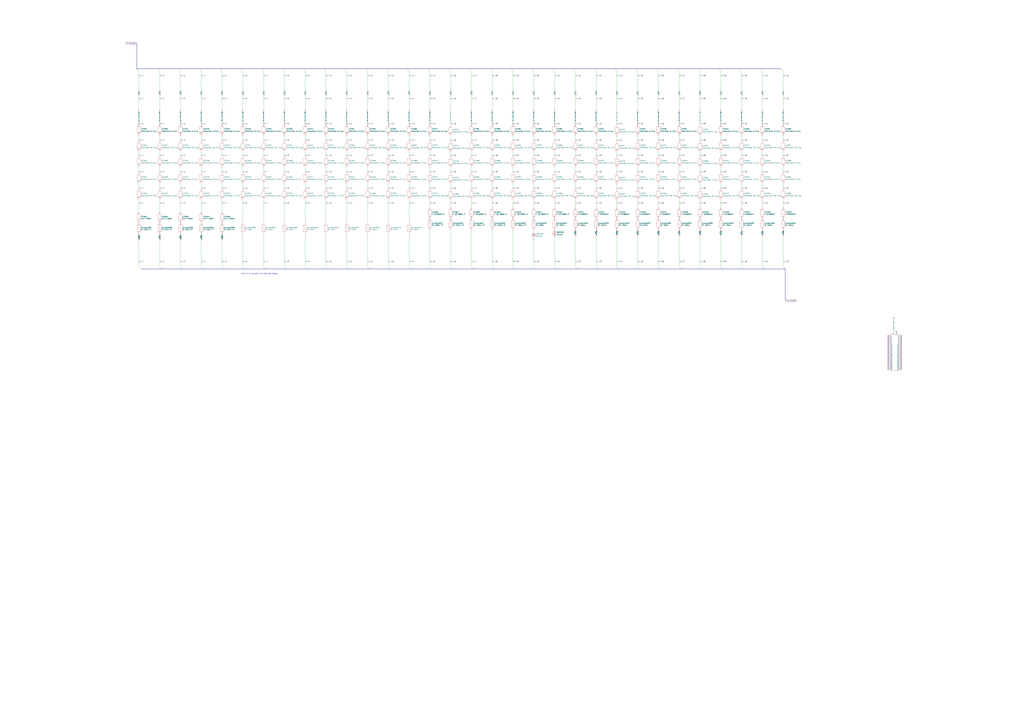
<source format=kicad_sch>
(kicad_sch (version 20230121) (generator eeschema)
  (paper "A0")
  (no_connect (at 1046.48 405.13))
  (no_connect (at 1046.48 416.56))
  (no_connect (at 1031.24 391.16))
  (no_connect (at 1046.48 411.48))
  (no_connect (at 619.76 277.495))
  (no_connect (at 1031.24 401.32))
  (no_connect (at 1031.24 402.59))
  (no_connect (at 1031.24 397.51))
  (no_connect (at 1046.48 393.7))
  (no_connect (at 1046.48 398.78))
  (no_connect (at 1031.24 417.83))
  (no_connect (at 1031.24 421.64))
  (no_connect (at 1031.24 425.45))
  (no_connect (at 1031.24 394.97))
  (no_connect (at 1046.48 415.29))
  (no_connect (at 1046.48 394.97))
  (no_connect (at 1031.24 400.05))
  (no_connect (at 1046.48 422.91))
  (no_connect (at 1031.24 426.72))
  (no_connect (at 1031.24 406.4))
  (no_connect (at 1046.48 427.99))
  (no_connect (at 1046.48 392.43))
  (no_connect (at 1031.24 408.94))
  (no_connect (at 643.89 274.32))
  (no_connect (at 1046.48 426.72))
  (no_connect (at 1031.24 416.56))
  (no_connect (at 1031.24 419.1))
  (no_connect (at 1031.24 389.89))
  (no_connect (at 1031.24 427.99))
  (no_connect (at 1046.48 403.86))
  (no_connect (at 1031.24 393.7))
  (no_connect (at 1031.24 414.02))
  (no_connect (at 1046.48 425.45))
  (no_connect (at 1046.48 424.18))
  (no_connect (at 1031.24 429.26))
  (no_connect (at 1031.24 405.13))
  (no_connect (at 1046.48 400.05))
  (no_connect (at 1046.48 396.24))
  (no_connect (at 1031.24 410.21))
  (no_connect (at 1046.48 421.64))
  (no_connect (at 1046.48 420.37))
  (no_connect (at 1031.24 392.43))
  (no_connect (at 1046.48 391.16))
  (no_connect (at 1046.48 407.67))
  (no_connect (at 1046.48 412.75))
  (no_connect (at 1046.48 389.89))
  (no_connect (at 1031.24 398.78))
  (no_connect (at 1031.24 407.67))
  (no_connect (at 1031.24 412.75))
  (no_connect (at 1031.24 403.86))
  (no_connect (at 1031.24 422.91))
  (no_connect (at 1046.48 408.94))
  (no_connect (at 1046.48 414.02))
  (no_connect (at 1046.48 397.51))
  (no_connect (at 1031.24 411.48))
  (no_connect (at 1046.48 401.32))
  (no_connect (at 1031.24 415.29))
  (no_connect (at 1046.48 419.1))
  (no_connect (at 1031.24 424.18))
  (no_connect (at 1046.48 406.4))
  (no_connect (at 1031.24 420.37))
  (no_connect (at 1031.24 396.24))
  (no_connect (at 1046.48 417.83))
  (no_connect (at 1046.48 410.21))
  (no_connect (at 1046.48 402.59))
  (no_connect (at 1046.48 429.26))
  (bus_entry (at 861.06 82.55) (size -2.54 -2.54))
  (bus_entry (at 571.5 309.88) (size 2.54 2.54))
  (bus_entry (at 209.55 82.55) (size -2.54 -2.54))
  (bus_entry (at 764.54 82.55) (size -2.54 -2.54))
  (bus_entry (at 643.89 309.88) (size 2.54 2.54))
  (bus_entry (at 836.93 309.88) (size 2.54 2.54))
  (bus_entry (at 740.41 309.88) (size 2.54 2.54))
  (bus_entry (at 161.29 82.55) (size -2.54 -2.54))
  (bus_entry (at 378.46 309.88) (size 2.54 2.54))
  (bus_entry (at 643.89 82.55) (size -2.54 -2.54))
  (bus_entry (at 547.37 82.55) (size -2.54 -2.54))
  (bus_entry (at 716.28 82.55) (size -2.54 -2.54))
  (bus_entry (at 692.15 309.88) (size 2.54 2.54))
  (bus_entry (at 595.63 82.55) (size -2.54 -2.54))
  (bus_entry (at 499.11 309.88) (size 2.54 2.54))
  (bus_entry (at 909.32 309.88) (size 2.54 2.54))
  (bus_entry (at 885.19 82.55) (size -2.54 -2.54))
  (bus_entry (at 668.02 309.88) (size 2.54 2.54))
  (bus_entry (at 306.07 309.88) (size 2.54 2.54))
  (bus_entry (at 523.24 309.88) (size 2.54 2.54))
  (bus_entry (at 426.72 82.55) (size -2.54 -2.54))
  (bus_entry (at 836.93 82.55) (size -2.54 -2.54))
  (bus_entry (at 474.98 82.55) (size -2.54 -2.54))
  (bus_entry (at 161.29 309.88) (size 2.54 2.54))
  (bus_entry (at 233.68 82.55) (size -2.54 -2.54))
  (bus_entry (at 450.85 82.55) (size -2.54 -2.54))
  (bus_entry (at 788.67 309.88) (size 2.54 2.54))
  (bus_entry (at 426.72 309.88) (size 2.54 2.54))
  (bus_entry (at 209.55 309.88) (size 2.54 2.54))
  (bus_entry (at 474.98 309.88) (size 2.54 2.54))
  (bus_entry (at 378.46 82.55) (size -2.54 -2.54))
  (bus_entry (at 909.32 82.55) (size -2.54 -2.54))
  (bus_entry (at 499.11 82.55) (size -2.54 -2.54))
  (bus_entry (at 523.24 82.55) (size -2.54 -2.54))
  (bus_entry (at 354.33 82.55) (size -2.54 -2.54))
  (bus_entry (at 716.28 309.88) (size 2.54 2.54))
  (bus_entry (at 788.67 82.55) (size -2.54 -2.54))
  (bus_entry (at 354.33 309.88) (size 2.54 2.54))
  (bus_entry (at 740.41 82.55) (size -2.54 -2.54))
  (bus_entry (at 257.81 82.55) (size -2.54 -2.54))
  (bus_entry (at 595.63 309.88) (size 2.54 2.54))
  (bus_entry (at 861.06 309.88) (size 2.54 2.54))
  (bus_entry (at 885.19 309.88) (size 2.54 2.54))
  (bus_entry (at 257.81 309.88) (size 2.54 2.54))
  (bus_entry (at 812.8 82.55) (size -2.54 -2.54))
  (bus_entry (at 402.59 82.55) (size -2.54 -2.54))
  (bus_entry (at 547.37 309.88) (size 2.54 2.54))
  (bus_entry (at 233.68 309.88) (size 2.54 2.54))
  (bus_entry (at 571.5 82.55) (size -2.54 -2.54))
  (bus_entry (at 185.42 82.55) (size -2.54 -2.54))
  (bus_entry (at 185.42 309.88) (size 2.54 2.54))
  (bus_entry (at 692.15 82.55) (size -2.54 -2.54))
  (bus_entry (at 330.2 309.88) (size 2.54 2.54))
  (bus_entry (at 281.94 309.88) (size 2.54 2.54))
  (bus_entry (at 619.76 309.88) (size 2.54 2.54))
  (bus_entry (at 281.94 82.55) (size -2.54 -2.54))
  (bus_entry (at 812.8 309.88) (size 2.54 2.54))
  (bus_entry (at 619.76 82.55) (size -2.54 -2.54))
  (bus_entry (at 764.54 309.88) (size 2.54 2.54))
  (bus_entry (at 668.02 82.55) (size -2.54 -2.54))
  (bus_entry (at 450.85 309.88) (size 2.54 2.54))
  (bus_entry (at 402.59 309.88) (size 2.54 2.54))
  (bus_entry (at 306.07 82.55) (size -2.54 -2.54))
  (bus_entry (at 330.2 82.55) (size -2.54 -2.54))
  (wire (pts (xy 523.24 144.145) (xy 523.24 145.415)))
  (wire (pts (xy 378.46 144.145) (xy 378.46 144.78)))
  (wire (pts (xy 354.33 271.78) (xy 354.33 309.88)))
  (wire (pts (xy 474.98 157.48) (xy 474.98 163.83)))
  (wire (pts (xy 233.68 194.31) (xy 233.68 200.66)))
  (wire (pts (xy 740.41 194.31) (xy 740.41 200.66)))
  (wire (pts (xy 378.46 232.41) (xy 378.46 259.08)))
  (wire (pts (xy 716.28 158.115) (xy 716.28 164.465)))
  (bus (pts (xy 477.52 312.42) (xy 501.65 312.42)))
  (wire (pts (xy 861.06 82.55) (xy 861.06 104.14)))
  (wire (pts (xy 861.06 176.53) (xy 861.06 181.61)))
  (wire (pts (xy 474.98 176.53) (xy 474.98 181.61)))
  (bus (pts (xy 356.87 312.42) (xy 381 312.42)))
  (wire (pts (xy 836.93 274.32) (xy 836.93 309.88)))
  (wire (pts (xy 474.98 144.145) (xy 474.98 144.78)))
  (wire (pts (xy 330.2 213.36) (xy 330.2 219.71)))
  (wire (pts (xy 306.07 194.31) (xy 306.07 200.66)))
  (wire (pts (xy 402.59 111.76) (xy 402.59 127.635)))
  (wire (pts (xy 764.54 157.48) (xy 764.54 163.83)))
  (wire (pts (xy 643.89 157.48) (xy 643.89 163.83)))
  (wire (pts (xy 740.41 144.145) (xy 740.41 144.78)))
  (bus (pts (xy 279.4 80.01) (xy 255.27 80.01)))
  (wire (pts (xy 571.5 266.7) (xy 571.5 309.88)))
  (wire (pts (xy 185.42 82.55) (xy 185.42 104.14)))
  (bus (pts (xy 260.35 312.42) (xy 284.48 312.42)))
  (wire (pts (xy 330.2 144.145) (xy 330.2 144.78)))
  (wire (pts (xy 330.2 271.78) (xy 330.2 309.88)))
  (wire (pts (xy 643.89 111.76) (xy 643.89 127.635)))
  (bus (pts (xy 496.57 80.01) (xy 472.44 80.01)))
  (wire (pts (xy 499.11 232.41) (xy 499.11 241.3)))
  (wire (pts (xy 643.89 274.32) (xy 643.89 309.88)))
  (wire (pts (xy 474.98 213.36) (xy 474.98 219.71)))
  (wire (pts (xy 209.55 176.53) (xy 209.55 181.61)))
  (wire (pts (xy 450.85 176.53) (xy 450.85 181.61)))
  (wire (pts (xy 619.76 176.53) (xy 619.76 181.61)))
  (wire (pts (xy 547.37 111.76) (xy 547.37 127.635)))
  (wire (pts (xy 450.85 157.48) (xy 450.85 163.83)))
  (wire (pts (xy 740.41 82.55) (xy 740.41 104.14)))
  (wire (pts (xy 909.32 233.045) (xy 909.32 241.3)))
  (wire (pts (xy 161.29 157.48) (xy 161.29 163.83)))
  (wire (pts (xy 788.67 157.48) (xy 788.67 163.83)))
  (wire (pts (xy 378.46 176.53) (xy 378.46 181.61)))
  (bus (pts (xy 641.35 80.01) (xy 617.22 80.01)))
  (wire (pts (xy 523.24 194.945) (xy 523.24 201.295)))
  (wire (pts (xy 233.68 144.145) (xy 233.68 144.78)))
  (wire (pts (xy 861.06 274.32) (xy 861.06 309.88)))
  (wire (pts (xy 209.55 232.41) (xy 209.55 246.38)))
  (wire (pts (xy 595.63 194.31) (xy 595.63 200.66)))
  (wire (pts (xy 474.98 111.76) (xy 474.98 127.635)))
  (wire (pts (xy 499.11 144.145) (xy 499.11 144.78)))
  (wire (pts (xy 619.76 232.41) (xy 619.76 241.3)))
  (wire (pts (xy 595.63 266.7) (xy 595.63 309.88)))
  (wire (pts (xy 812.8 144.145) (xy 812.8 145.415)))
  (wire (pts (xy 209.55 144.145) (xy 209.55 144.78)))
  (bus (pts (xy 424.18 80.01) (xy 400.05 80.01)))
  (bus (pts (xy 182.88 80.01) (xy 158.75 80.01)))
  (wire (pts (xy 764.54 176.53) (xy 764.54 181.61)))
  (bus (pts (xy 839.47 312.42) (xy 863.6 312.42)))
  (wire (pts (xy 692.15 111.76) (xy 692.15 127.635)))
  (wire (pts (xy 426.72 111.76) (xy 426.72 127.635)))
  (wire (pts (xy 426.72 194.31) (xy 426.72 200.66)))
  (bus (pts (xy 236.22 312.42) (xy 260.35 312.42)))
  (wire (pts (xy 185.42 279.4) (xy 185.42 309.88)))
  (wire (pts (xy 233.68 157.48) (xy 233.68 163.83)))
  (wire (pts (xy 861.06 213.36) (xy 861.06 219.71)))
  (wire (pts (xy 474.98 194.31) (xy 474.98 200.66)))
  (wire (pts (xy 450.85 82.55) (xy 450.85 104.14)))
  (wire (pts (xy 812.8 233.045) (xy 812.8 241.3)))
  (wire (pts (xy 643.89 82.55) (xy 643.89 104.14)))
  (wire (pts (xy 668.02 213.36) (xy 668.02 219.71)))
  (wire (pts (xy 619.76 111.76) (xy 619.76 127.635)))
  (wire (pts (xy 716.28 177.165) (xy 716.28 182.245)))
  (wire (pts (xy 233.68 176.53) (xy 233.68 181.61)))
  (wire (pts (xy 257.81 111.76) (xy 257.81 127.635)))
  (wire (pts (xy 595.63 232.41) (xy 595.63 241.3)))
  (wire (pts (xy 692.15 274.32) (xy 692.15 309.88)))
  (bus (pts (xy 834.39 80.01) (xy 810.26 80.01)))
  (wire (pts (xy 812.8 194.945) (xy 812.8 201.295)))
  (wire (pts (xy 402.59 176.53) (xy 402.59 181.61)))
  (wire (pts (xy 402.59 213.36) (xy 402.59 219.71)))
  (wire (pts (xy 450.85 194.31) (xy 450.85 200.66)))
  (wire (pts (xy 354.33 144.145) (xy 354.33 144.78)))
  (bus (pts (xy 887.73 312.42) (xy 911.86 312.42)))
  (wire (pts (xy 836.93 111.76) (xy 836.93 127.635)))
  (wire (pts (xy 523.24 158.115) (xy 523.24 164.465)))
  (wire (pts (xy 836.93 232.41) (xy 836.93 241.3)))
  (wire (pts (xy 426.72 144.145) (xy 426.72 144.78)))
  (wire (pts (xy 281.94 213.36) (xy 281.94 219.71)))
  (bus (pts (xy 429.26 312.42) (xy 453.39 312.42)))
  (wire (pts (xy 764.54 144.145) (xy 764.54 144.78)))
  (wire (pts (xy 861.06 232.41) (xy 861.06 241.3)))
  (wire (pts (xy 499.11 157.48) (xy 499.11 163.83)))
  (wire (pts (xy 643.89 176.53) (xy 643.89 181.61)))
  (bus (pts (xy 375.92 80.01) (xy 351.79 80.01)))
  (wire (pts (xy 281.94 144.145) (xy 281.94 144.78)))
  (wire (pts (xy 836.93 82.55) (xy 836.93 104.14)))
  (wire (pts (xy 885.19 176.53) (xy 885.19 181.61)))
  (wire (pts (xy 402.59 157.48) (xy 402.59 163.83)))
  (bus (pts (xy 858.52 80.01) (xy 834.39 80.01)))
  (wire (pts (xy 885.19 144.145) (xy 885.19 144.78)))
  (wire (pts (xy 909.32 144.145) (xy 909.32 144.78)))
  (wire (pts (xy 257.81 194.31) (xy 257.81 200.66)))
  (bus (pts (xy 737.87 80.01) (xy 713.74 80.01)))
  (wire (pts (xy 885.19 232.41) (xy 885.19 241.3)))
  (wire (pts (xy 306.07 111.76) (xy 306.07 127.635)))
  (wire (pts (xy 306.07 271.78) (xy 306.07 309.88)))
  (wire (pts (xy 547.37 82.55) (xy 547.37 104.14)))
  (wire (pts (xy 716.28 111.76) (xy 716.28 127.635)))
  (bus (pts (xy 791.21 312.42) (xy 815.34 312.42)))
  (bus (pts (xy 762 80.01) (xy 737.87 80.01)))
  (wire (pts (xy 716.28 194.945) (xy 716.28 201.295)))
  (bus (pts (xy 622.3 312.42) (xy 646.43 312.42)))
  (wire (pts (xy 836.93 144.145) (xy 836.93 144.78)))
  (bus (pts (xy 810.26 80.01) (xy 786.13 80.01)))
  (bus (pts (xy 670.56 312.42) (xy 694.69 312.42)))
  (wire (pts (xy 861.06 194.31) (xy 861.06 200.66)))
  (bus (pts (xy 544.83 80.01) (xy 520.7 80.01)))
  (wire (pts (xy 716.28 144.145) (xy 716.28 145.415)))
  (wire (pts (xy 354.33 194.31) (xy 354.33 200.66)))
  (wire (pts (xy 209.55 279.4) (xy 209.55 309.88)))
  (wire (pts (xy 306.07 157.48) (xy 306.07 163.83)))
  (wire (pts (xy 692.15 157.48) (xy 692.15 163.83)))
  (wire (pts (xy 571.5 194.31) (xy 571.5 200.66)))
  (wire (pts (xy 306.07 144.145) (xy 306.07 144.78)))
  (wire (pts (xy 547.37 194.31) (xy 547.37 200.66)))
  (wire (pts (xy 209.55 157.48) (xy 209.55 163.83)))
  (bus (pts (xy 598.17 312.42) (xy 622.3 312.42)))
  (wire (pts (xy 547.37 144.145) (xy 547.37 144.78)))
  (wire (pts (xy 668.02 144.145) (xy 668.02 144.78)))
  (wire (pts (xy 523.24 82.55) (xy 523.24 104.14)))
  (wire (pts (xy 474.98 271.78) (xy 474.98 309.88)))
  (bus (pts (xy 453.39 312.42) (xy 477.52 312.42)))
  (bus (pts (xy 617.22 80.01) (xy 593.09 80.01)))
  (wire (pts (xy 764.54 232.41) (xy 764.54 241.3)))
  (wire (pts (xy 281.94 157.48) (xy 281.94 163.83)))
  (wire (pts (xy 861.06 111.76) (xy 861.06 127.635)))
  (wire (pts (xy 909.32 157.48) (xy 909.32 163.83)))
  (wire (pts (xy 812.8 82.55) (xy 812.8 104.14)))
  (wire (pts (xy 692.15 194.31) (xy 692.15 200.66)))
  (wire (pts (xy 740.41 274.32) (xy 740.41 309.88)))
  (wire (pts (xy 354.33 176.53) (xy 354.33 181.61)))
  (wire (pts (xy 233.68 213.36) (xy 233.68 219.71)))
  (wire (pts (xy 643.89 232.41) (xy 643.89 241.3)))
  (wire (pts (xy 161.29 213.36) (xy 161.29 219.71)))
  (bus (pts (xy 187.96 312.42) (xy 212.09 312.42)))
  (wire (pts (xy 716.28 274.32) (xy 716.28 309.88)))
  (bus (pts (xy 911.86 312.42) (xy 911.86 349.25)))
  (wire (pts (xy 523.24 266.7) (xy 523.24 309.88)))
  (wire (pts (xy 909.32 194.31) (xy 909.32 200.66)))
  (wire (pts (xy 281.94 271.78) (xy 281.94 309.88)))
  (wire (pts (xy 257.81 279.4) (xy 257.81 309.88)))
  (wire (pts (xy 499.11 194.31) (xy 499.11 200.66)))
  (wire (pts (xy 378.46 271.78) (xy 378.46 309.88)))
  (wire (pts (xy 595.63 111.76) (xy 595.63 127.635)))
  (wire (pts (xy 716.28 82.55) (xy 716.28 104.14)))
  (wire (pts (xy 185.42 176.53) (xy 185.42 181.61)))
  (bus (pts (xy 549.91 312.42) (xy 574.04 312.42)))
  (bus (pts (xy 520.7 80.01) (xy 496.57 80.01)))
  (wire (pts (xy 547.37 157.48) (xy 547.37 163.83)))
  (bus (pts (xy 231.14 80.01) (xy 207.01 80.01)))
  (bus (pts (xy 568.96 80.01) (xy 544.83 80.01)))
  (wire (pts (xy 909.32 82.55) (xy 909.32 104.14)))
  (bus (pts (xy 786.13 80.01) (xy 762 80.01)))
  (wire (pts (xy 788.67 82.55) (xy 788.67 104.14)))
  (wire (pts (xy 161.29 111.76) (xy 161.29 127.635)))
  (wire (pts (xy 595.63 176.53) (xy 595.63 181.61)))
  (wire (pts (xy 378.46 111.76) (xy 378.46 127.635)))
  (bus (pts (xy 863.6 312.42) (xy 887.73 312.42)))
  (wire (pts (xy 185.42 144.145) (xy 185.42 144.78)))
  (wire (pts (xy 812.8 213.995) (xy 812.8 220.345)))
  (wire (pts (xy 185.42 157.48) (xy 185.42 163.83)))
  (wire (pts (xy 571.5 111.76) (xy 571.5 127.635)))
  (wire (pts (xy 257.81 144.145) (xy 257.81 144.78)))
  (wire (pts (xy 233.68 82.55) (xy 233.68 104.14)))
  (wire (pts (xy 499.11 82.55) (xy 499.11 104.14)))
  (wire (pts (xy 306.07 82.55) (xy 306.07 104.14)))
  (wire (pts (xy 257.81 176.53) (xy 257.81 181.61)))
  (wire (pts (xy 426.72 271.78) (xy 426.72 309.88)))
  (wire (pts (xy 378.46 213.36) (xy 378.46 219.71)))
  (wire (pts (xy 233.68 111.76) (xy 233.68 127.635)))
  (bus (pts (xy 472.44 80.01) (xy 448.31 80.01)))
  (wire (pts (xy 885.19 157.48) (xy 885.19 163.83)))
  (wire (pts (xy 402.59 232.41) (xy 402.59 259.08)))
  (wire (pts (xy 619.76 194.31) (xy 619.76 200.66)))
  (bus (pts (xy 501.65 312.42) (xy 525.78 312.42)))
  (wire (pts (xy 619.76 157.48) (xy 619.76 163.83)))
  (wire (pts (xy 161.29 176.53) (xy 161.29 181.61)))
  (wire (pts (xy 764.54 82.55) (xy 764.54 104.14)))
  (wire (pts (xy 547.37 176.53) (xy 547.37 181.61)))
  (wire (pts (xy 740.41 213.36) (xy 740.41 219.71)))
  (bus (pts (xy 284.48 312.42) (xy 308.61 312.42)))
  (wire (pts (xy 547.37 266.7) (xy 547.37 309.88)))
  (wire (pts (xy 281.94 82.55) (xy 281.94 104.14)))
  (wire (pts (xy 861.06 157.48) (xy 861.06 163.83)))
  (wire (pts (xy 330.2 232.41) (xy 330.2 259.08)))
  (wire (pts (xy 185.42 194.31) (xy 185.42 200.66)))
  (wire (pts (xy 885.19 213.36) (xy 885.19 219.71)))
  (wire (pts (xy 330.2 82.55) (xy 330.2 104.14)))
  (bus (pts (xy 448.31 80.01) (xy 424.18 80.01)))
  (wire (pts (xy 523.24 213.995) (xy 523.24 220.345)))
  (bus (pts (xy 158.75 80.01) (xy 158.75 50.165)))
  (bus (pts (xy 689.61 80.01) (xy 665.48 80.01)))
  (bus (pts (xy 593.09 80.01) (xy 568.96 80.01)))
  (bus (pts (xy 815.34 312.42) (xy 839.47 312.42)))
  (wire (pts (xy 281.94 176.53) (xy 281.94 181.61)))
  (wire (pts (xy 402.59 271.78) (xy 402.59 309.88)))
  (wire (pts (xy 450.85 232.41) (xy 450.85 259.08)))
  (wire (pts (xy 281.94 111.76) (xy 281.94 127.635)))
  (bus (pts (xy 694.69 312.42) (xy 718.82 312.42)))
  (bus (pts (xy 665.48 80.01) (xy 641.35 80.01)))
  (wire (pts (xy 499.11 176.53) (xy 499.11 181.61)))
  (wire (pts (xy 668.02 157.48) (xy 668.02 163.83)))
  (wire (pts (xy 185.42 111.76) (xy 185.42 127.635)))
  (wire (pts (xy 306.07 176.53) (xy 306.07 181.61)))
  (wire (pts (xy 885.19 194.31) (xy 885.19 200.66)))
  (wire (pts (xy 474.98 82.55) (xy 474.98 104.14)))
  (wire (pts (xy 619.76 266.7) (xy 619.76 268.605)))
  (wire (pts (xy 281.94 232.41) (xy 281.94 259.08)))
  (wire (pts (xy 885.19 111.76) (xy 885.19 127.635)))
  (wire (pts (xy 788.67 111.76) (xy 788.67 127.635)))
  (wire (pts (xy 499.11 111.76) (xy 499.11 127.635)))
  (wire (pts (xy 909.32 274.32) (xy 909.32 309.88)))
  (bus (pts (xy 718.82 312.42) (xy 742.95 312.42)))
  (wire (pts (xy 426.72 157.48) (xy 426.72 163.83)))
  (wire (pts (xy 402.59 144.145) (xy 402.59 144.78)))
  (bus (pts (xy 351.79 80.01) (xy 327.66 80.01)))
  (wire (pts (xy 668.02 194.31) (xy 668.02 200.66)))
  (wire (pts (xy 571.5 144.145) (xy 571.5 144.78)))
  (wire (pts (xy 692.15 213.36) (xy 692.15 219.71)))
  (wire (pts (xy 643.89 213.36) (xy 643.89 219.71)))
  (wire (pts (xy 378.46 157.48) (xy 378.46 163.83)))
  (wire (pts (xy 306.07 213.36) (xy 306.07 219.71)))
  (wire (pts (xy 668.02 111.76) (xy 668.02 127.635)))
  (bus (pts (xy 400.05 80.01) (xy 375.92 80.01)))
  (bus (pts (xy 212.09 312.42) (xy 236.22 312.42)))
  (wire (pts (xy 643.89 144.145) (xy 643.89 144.78)))
  (wire (pts (xy 402.59 82.55) (xy 402.59 104.14)))
  (wire (pts (xy 450.85 144.145) (xy 450.85 144.78)))
  (wire (pts (xy 788.67 144.145) (xy 788.67 144.78)))
  (wire (pts (xy 619.76 277.495) (xy 619.76 309.88)))
  (wire (pts (xy 378.46 194.31) (xy 378.46 200.66)))
  (wire (pts (xy 571.5 232.41) (xy 571.5 241.3)))
  (wire (pts (xy 595.63 82.55) (xy 595.63 104.14)))
  (bus (pts (xy 405.13 312.42) (xy 429.26 312.42)))
  (bus (pts (xy 163.83 312.42) (xy 187.96 312.42)))
  (wire (pts (xy 836.93 213.36) (xy 836.93 219.71)))
  (wire (pts (xy 595.63 213.36) (xy 595.63 219.71)))
  (wire (pts (xy 474.98 232.41) (xy 474.98 259.08)))
  (wire (pts (xy 523.24 177.165) (xy 523.24 182.245)))
  (wire (pts (xy 692.15 232.41) (xy 692.15 241.3)))
  (wire (pts (xy 740.41 111.76) (xy 740.41 127.635)))
  (bus (pts (xy 327.66 80.01) (xy 303.53 80.01)))
  (bus (pts (xy 742.95 312.42) (xy 767.08 312.42)))
  (wire (pts (xy 716.28 233.045) (xy 716.28 241.3)))
  (wire (pts (xy 812.8 111.76) (xy 812.8 127.635)))
  (wire (pts (xy 571.5 213.36) (xy 571.5 219.71)))
  (bus (pts (xy 882.65 80.01) (xy 858.52 80.01)))
  (wire (pts (xy 836.93 176.53) (xy 836.93 181.61)))
  (wire (pts (xy 788.67 194.31) (xy 788.67 200.66)))
  (bus (pts (xy 906.78 80.01) (xy 882.65 80.01)))
  (bus (pts (xy 574.04 312.42) (xy 598.17 312.42)))
  (wire (pts (xy 909.32 213.36) (xy 909.32 219.71)))
  (wire (pts (xy 450.85 213.36) (xy 450.85 219.71)))
  (wire (pts (xy 595.63 144.145) (xy 595.63 144.78)))
  (wire (pts (xy 257.81 213.36) (xy 257.81 219.71)))
  (wire (pts (xy 788.67 213.36) (xy 788.67 219.71)))
  (wire (pts (xy 668.02 82.55) (xy 668.02 104.14)))
  (wire (pts (xy 788.67 274.32) (xy 788.67 309.88)))
  (wire (pts (xy 619.76 82.55) (xy 619.76 104.14)))
  (wire (pts (xy 571.5 82.55) (xy 571.5 104.14)))
  (bus (pts (xy 713.74 80.01) (xy 689.61 80.01)))
  (wire (pts (xy 764.54 213.36) (xy 764.54 219.71)))
  (wire (pts (xy 836.93 194.31) (xy 836.93 200.66)))
  (wire (pts (xy 209.55 82.55) (xy 209.55 104.14)))
  (wire (pts (xy 740.41 176.53) (xy 740.41 181.61)))
  (wire (pts (xy 426.72 176.53) (xy 426.72 181.61)))
  (wire (pts (xy 668.02 274.32) (xy 668.02 309.88)))
  (bus (pts (xy 207.01 80.01) (xy 182.88 80.01)))
  (wire (pts (xy 909.32 111.76) (xy 909.32 127.635)))
  (bus (pts (xy 525.78 312.42) (xy 549.91 312.42)))
  (wire (pts (xy 619.76 213.36) (xy 619.76 219.71)))
  (bus (pts (xy 308.61 312.42) (xy 332.74 312.42)))
  (wire (pts (xy 354.33 111.76) (xy 354.33 127.635)))
  (wire (pts (xy 402.59 194.31) (xy 402.59 200.66)))
  (bus (pts (xy 381 312.42) (xy 405.13 312.42)))
  (wire (pts (xy 233.68 232.41) (xy 233.68 246.38)))
  (wire (pts (xy 547.37 213.36) (xy 547.37 219.71)))
  (wire (pts (xy 909.32 176.53) (xy 909.32 181.61)))
  (wire (pts (xy 764.54 111.76) (xy 764.54 127.635)))
  (wire (pts (xy 330.2 176.53) (xy 330.2 181.61)))
  (wire (pts (xy 861.06 144.145) (xy 861.06 144.78)))
  (wire (pts (xy 812.8 274.32) (xy 812.8 309.88)))
  (wire (pts (xy 812.8 158.115) (xy 812.8 164.465)))
  (wire (pts (xy 161.29 194.31) (xy 161.29 200.66)))
  (wire (pts (xy 426.72 232.41) (xy 426.72 259.08)))
  (wire (pts (xy 354.33 157.48) (xy 354.33 163.83)))
  (wire (pts (xy 426.72 213.36) (xy 426.72 219.71)))
  (wire (pts (xy 257.81 82.55) (xy 257.81 104.14)))
  (wire (pts (xy 692.15 144.145) (xy 692.15 144.78)))
  (wire (pts (xy 547.37 232.41) (xy 547.37 241.3)))
  (wire (pts (xy 523.24 111.76) (xy 523.24 127.635)))
  (wire (pts (xy 257.81 157.48) (xy 257.81 163.83)))
  (wire (pts (xy 209.55 194.31) (xy 209.55 200.66)))
  (wire (pts (xy 209.55 213.36) (xy 209.55 219.71)))
  (wire (pts (xy 330.2 157.48) (xy 330.2 163.83)))
  (wire (pts (xy 788.67 176.53) (xy 788.67 181.61)))
  (wire (pts (xy 523.24 233.045) (xy 523.24 241.3)))
  (wire (pts (xy 812.8 177.165) (xy 812.8 182.245)))
  (wire (pts (xy 185.42 213.36) (xy 185.42 219.71)))
  (wire (pts (xy 306.07 232.41) (xy 306.07 259.08)))
  (wire (pts (xy 692.15 82.55) (xy 692.15 104.14)))
  (wire (pts (xy 740.41 232.41) (xy 740.41 241.3)))
  (wire (pts (xy 499.11 213.36) (xy 499.11 219.71)))
  (wire (pts (xy 764.54 274.32) (xy 764.54 309.88)))
  (wire (pts (xy 692.15 176.53) (xy 692.15 181.61)))
  (wire (pts (xy 499.11 266.7) (xy 499.11 309.88)))
  (bus (pts (xy 255.27 80.01) (xy 231.14 80.01)))
  (wire (pts (xy 571.5 157.48) (xy 571.5 163.83)))
  (wire (pts (xy 233.68 279.4) (xy 233.68 309.88)))
  (bus (pts (xy 767.08 312.42) (xy 791.21 312.42)))
  (wire (pts (xy 764.54 194.31) (xy 764.54 200.66)))
  (wire (pts (xy 619.76 144.145) (xy 619.76 144.78)))
  (wire (pts (xy 450.85 271.78) (xy 450.85 309.88)))
  (wire (pts (xy 161.29 279.4) (xy 161.29 309.88)))
  (wire (pts (xy 161.29 232.41) (xy 161.29 246.38)))
  (bus (pts (xy 303.53 80.01) (xy 279.4 80.01)))
  (wire (pts (xy 330.2 111.76) (xy 330.2 127.635)))
  (wire (pts (xy 836.93 157.48) (xy 836.93 163.83)))
  (bus (pts (xy 332.74 312.42) (xy 356.87 312.42)))
  (wire (pts (xy 595.63 157.48) (xy 595.63 163.83)))
  (wire (pts (xy 257.81 232.41) (xy 257.81 246.38)))
  (wire (pts (xy 185.42 232.41) (xy 185.42 246.38)))
  (wire (pts (xy 788.67 232.41) (xy 788.67 241.3)))
  (wire (pts (xy 281.94 194.31) (xy 281.94 200.66)))
  (wire (pts (xy 161.29 82.55) (xy 161.29 104.14)))
  (wire (pts (xy 571.5 176.53) (xy 571.5 181.61)))
  (wire (pts (xy 354.33 232.41) (xy 354.33 259.08)))
  (wire (pts (xy 668.02 176.53) (xy 668.02 181.61)))
  (wire (pts (xy 885.19 82.55) (xy 885.19 104.14)))
  (wire (pts (xy 716.28 213.995) (xy 716.28 220.345)))
  (bus (pts (xy 646.43 312.42) (xy 670.56 312.42)))
  (wire (pts (xy 740.41 157.48) (xy 740.41 163.83)))
  (wire (pts (xy 643.89 194.31) (xy 643.89 200.66)))
  (wire (pts (xy 885.19 274.32) (xy 885.19 309.88)))
  (wire (pts (xy 426.72 82.55) (xy 426.72 104.14)))
  (wire (pts (xy 450.85 111.76) (xy 450.85 127.635)))
  (wire (pts (xy 209.55 111.76) (xy 209.55 127.635)))
  (wire (pts (xy 354.33 213.36) (xy 354.33 219.71)))
  (wire (pts (xy 378.46 82.55) (xy 378.46 104.14)))
  (wire (pts (xy 330.2 194.31) (xy 330.2 200.66)))
  (wire (pts (xy 668.02 232.41) (xy 668.02 241.3)))
  (wire (pts (xy 354.33 82.55) (xy 354.33 104.14)))
  (wire (pts (xy 161.29 144.145) (xy 161.29 144.78)))
  (text "From L4-6, onwards is to add and change\n" (at 280.035 318.77 0) (effects (font (size 1.27 1.27)) (justify left bottom)))
  (label "L4-10" (at 378.46 236.855 0))
  (label "L4-30" (at 861.06 144.78 0))
  (label "L4-25" (at 740.41 200.66 0))
  (label "L4-32" (at 909.32 236.855 0))
  (label "L4-25" (at 740.41 88.9 0))
  (label "L4-17" (at 547.37 181.61 0))
  (label "L4-4" (at 233.68 115.57 0))
  (label "L4-4" (at 233.68 219.71 0))
  (label "L4-6" (at 281.94 200.66 0))
  (label "L4-6" (at 281.94 144.78 0))
  (label "L4-24" (at 716.28 219.71 0))
  (label "L4-24" (at 716.28 115.57 0))
  (label "L4-12" (at 426.72 219.71 0))
  (label "L4-24" (at 716.28 88.9 0))
  (label "L4-5" (at 257.81 163.83 0))
  (label "L4-23" (at 692.15 219.71 0))
  (label "L4-16" (at 523.24 236.855 0))
  (label "L4-25" (at 740.41 144.78 0))
  (label "L4-23" (at 692.15 144.78 0))
  (label "L4-6" (at 281.94 115.57 0))
  (label "L4-2" (at 185.42 236.855 0))
  (label "L4-2" (at 185.42 163.83 0))
  (label "L4-3" (at 209.55 88.9 0))
  (label "L4-15" (at 499.11 88.9 0))
  (label "L4-17" (at 547.37 144.78 0))
  (label "L4-20" (at 619.76 304.8 0))
  (label "L4-6" (at 281.94 88.9 0))
  (label "L4-7" (at 306.07 163.83 0))
  (label "L4-8" (at 330.2 304.8 0))
  (label "L4-17" (at 547.37 163.83 0))
  (label "L4-25" (at 740.41 219.71 0))
  (label "L4-18" (at 571.5 236.855 0))
  (label "L4-11" (at 402.59 88.9 0))
  (label "L4-3" (at 209.55 219.71 0))
  (label "L4-13" (at 450.85 200.66 0))
  (label "L4-29" (at 836.93 115.57 0))
  (label "L4-11" (at 402.59 144.78 0))
  (label "L4-12" (at 426.72 88.9 0))
  (label "L4-12" (at 426.72 115.57 0))
  (label "L4-5" (at 257.81 219.71 0))
  (label "L4-8" (at 330.2 200.66 0))
  (label "L4-10" (at 378.46 200.66 0))
  (label "L4-2" (at 185.42 200.66 0))
  (label "L4-18" (at 571.5 219.71 0))
  (label "L4-22" (at 668.02 304.8 0))
  (label "L4-12" (at 426.72 236.855 0))
  (label "L4-16" (at 523.24 115.57 0))
  (label "L4-32" (at 909.32 219.71 0))
  (label "L4-21" (at 643.89 88.9 0))
  (label "L4-20" (at 619.76 88.9 0))
  (label "L4-9" (at 354.33 88.9 0))
  (label "L4-4" (at 233.68 88.9 0))
  (label "L4-27" (at 788.67 304.8 0))
  (label "L4-10" (at 378.46 88.9 0))
  (label "L4-22" (at 668.02 219.71 0))
  (label "L4-9" (at 354.33 219.71 0))
  (label "L4-11" (at 402.59 181.61 0))
  (label "L4-11" (at 402.59 236.855 0))
  (label "L4-4" (at 233.68 236.855 0))
  (label "L4-7" (at 306.07 181.61 0))
  (label "L4-30" (at 861.06 163.83 0))
  (label "L4-1" (at 161.29 304.8 0))
  (label "L4-26" (at 764.54 163.83 0))
  (label "L4-9" (at 354.33 163.83 0))
  (label "L4-18" (at 571.5 304.8 0))
  (label "L4-27" (at 788.67 219.71 0))
  (label "L4-2" (at 185.42 115.57 0))
  (label "L4-15" (at 499.11 115.57 0))
  (label "L4-15" (at 499.11 144.78 0))
  (label "L4-10" (at 378.46 163.83 0))
  (label "L4-30" (at 861.06 304.8 0))
  (label "L4-17" (at 547.37 219.71 0))
  (label "L4-20" (at 619.76 144.78 0))
  (label "L4-8" (at 330.2 163.83 0))
  (label "L4-24" (at 716.28 304.8 0))
  (label "L4-21" (at 643.89 304.8 0))
  (label "L4-10" (at 378.46 115.57 0))
  (label "L4-17" (at 547.37 115.57 0))
  (label "L4-22" (at 668.02 181.61 0))
  (label "L4-21" (at 643.89 144.78 0))
  (label "L4-2" (at 185.42 88.9 0))
  (label "L4-23" (at 692.15 304.8 0))
  (label "L4-17" (at 547.37 88.9 0))
  (label "L4-15" (at 499.11 236.855 0))
  (label "L4-26" (at 764.54 219.71 0))
  (label "L4-11" (at 402.59 200.66 0))
  (label "L4-12" (at 426.72 163.83 0))
  (label "L4-15" (at 499.11 219.71 0))
  (label "L4-11" (at 402.59 163.83 0))
  (label "L4-4" (at 233.68 181.61 0))
  (label "L4-13" (at 450.85 236.855 0))
  (label "L4-30" (at 861.06 219.71 0))
  (label "L4-27" (at 788.67 144.78 0))
  (label "L4-3" (at 209.55 304.8 0))
  (label "L4-12" (at 426.72 304.8 0))
  (label "L4-7" (at 306.07 115.57 0))
  (label "L4-5" (at 257.81 181.61 0))
  (label "L4-9" (at 354.33 144.78 0))
  (label "L4-31" (at 885.19 200.66 0))
  (label "L4-2" (at 185.42 219.71 0))
  (label "L4-28" (at 812.8 115.57 0))
  (label "L4-14" (at 474.98 304.8 0))
  (label "L4-5" (at 257.81 115.57 0))
  (label "L4-24" (at 716.28 181.61 0))
  (label "L4-9" (at 354.33 200.66 0))
  (label "L4-3" (at 209.55 144.78 0))
  (label "L4-14" (at 474.98 163.83 0))
  (label "L4-28" (at 812.8 181.61 0))
  (label "L4-15" (at 499.11 163.83 0))
  (label "L4-20" (at 619.76 115.57 0))
  (label "L4-19" (at 595.63 144.78 0))
  (label "L4-1" (at 161.29 88.9 0))
  (label "L4-16" (at 523.24 181.61 0))
  (label "L4-12" (at 426.72 144.78 0))
  (label "L4-30" (at 861.06 236.855 0))
  (label "L4-31" (at 885.19 88.9 0))
  (label "L4-28" (at 812.8 200.66 0))
  (label "L4-9" (at 354.33 304.8 0))
  (label "L4-27" (at 788.67 181.61 0))
  (label "L4-17" (at 547.37 200.66 0))
  (label "L4-15" (at 499.11 304.8 0))
  (label "L4-32" (at 909.32 163.83 0))
  (label "L4-7" (at 306.07 304.8 0))
  (label "L4-27" (at 788.67 200.66 0))
  (label "L4-29" (at 836.93 236.855 0))
  (label "L4-24" (at 716.28 236.855 0))
  (label "L4-29" (at 836.93 304.8 0))
  (label "L4-8" (at 330.2 144.78 0))
  (label "L4-13" (at 450.85 163.83 0))
  (label "L4-22" (at 668.02 115.57 0))
  (label "L4-3" (at 209.55 115.57 0))
  (label "L4-31" (at 885.19 163.83 0))
  (label "L4-31" (at 885.19 219.71 0))
  (label "L4-15" (at 499.11 181.61 0))
  (label "L4-19" (at 595.63 236.855 0))
  (label "L4-29" (at 836.93 181.61 0))
  (label "L4-3" (at 209.55 236.855 0))
  (label "L4-3" (at 209.55 163.83 0))
  (label "L4-1" (at 161.29 181.61 0))
  (label "L4-16" (at 523.24 144.78 0))
  (label "L4-1" (at 161.29 163.83 0))
  (label "L4-23" (at 692.15 236.855 0))
  (label "L4-7" (at 306.07 88.9 0))
  (label "L4-16" (at 523.24 219.71 0))
  (label "L4-23" (at 692.15 88.9 0))
  (label "L4-10" (at 378.46 304.8 0))
  (label "L4-19" (at 595.63 304.8 0))
  (label "L4-2" (at 185.42 304.8 0))
  (label "L4-14" (at 474.98 88.9 0))
  (label "L4-11" (at 402.59 304.8 0))
  (label "L4-8" (at 330.2 88.9 0))
  (label "L4-23" (at 692.15 181.61 0))
  (label "L4-2" (at 185.42 181.61 0))
  (label "L4-5" (at 257.81 144.78 0))
  (label "L4-21" (at 643.89 236.855 0))
  (label "L4-18" (at 571.5 200.66 0))
  (label "L4-13" (at 450.85 88.9 0))
  (label "L4-19" (at 595.63 219.71 0))
  (label "L4-20" (at 619.76 219.71 0))
  (label "L4-28" (at 812.8 236.855 0))
  (label "L4-13" (at 450.85 219.71 0))
  (label "L4-5" (at 257.81 236.855 0))
  (label "L4-17" (at 547.37 236.855 0))
  (label "L4-31" (at 885.19 181.61 0))
  (label "L4-4" (at 233.68 304.8 0))
  (label "L4-28" (at 812.8 88.9 0))
  (label "L4-32" (at 909.32 181.61 0))
  (label "L4-27" (at 788.67 163.83 0))
  (label "L4-26" (at 764.54 115.57 0))
  (label "L4-19" (at 595.63 163.83 0))
  (label "L4-21" (at 643.89 163.83 0))
  (label "L4-28" (at 812.8 304.8 0))
  (label "L4-23" (at 692.15 200.66 0))
  (label "L4-20" (at 619.76 200.66 0))
  (label "L4-17" (at 547.37 304.8 0))
  (label "L4-6" (at 281.94 304.8 0))
  (label "L4-31" (at 885.19 144.78 0))
  (label "L4-32" (at 909.32 200.66 0))
  (label "L4-19" (at 595.63 200.66 0))
  (label "L4-18" (at 571.5 163.83 0))
  (label "L4-4" (at 233.68 200.66 0))
  (label "L4-23" (at 692.15 115.57 0))
  (label "L4-4" (at 233.68 163.83 0))
  (label "L4-29" (at 836.93 163.83 0))
  (label "L4-11" (at 402.59 219.71 0))
  (label "L4-12" (at 426.72 200.66 0))
  (label "L4-26" (at 764.54 181.61 0))
  (label "L4-15" (at 499.11 200.66 0))
  (label "L4-1" (at 161.29 236.855 0))
  (label "L4-13" (at 450.85 115.57 0))
  (label "L4-6" (at 281.94 181.61 0))
  (label "L4-32" (at 909.32 144.78 0))
  (label "L4-6" (at 281.94 163.83 0))
  (label "L4-18" (at 571.5 115.57 0))
  (label "L4-21" (at 643.89 219.71 0))
  (label "L4-20" (at 619.76 163.83 0))
  (label "L4-30" (at 861.06 181.61 0))
  (label "L4-10" (at 378.46 181.61 0))
  (label "L4-7" (at 306.07 219.71 0))
  (label "L4-5" (at 257.81 304.8 0))
  (label "L4-28" (at 812.8 163.83 0))
  (label "L4-25" (at 740.41 304.8 0))
  (label "L4-18" (at 571.5 181.61 0))
  (label "L4-19" (at 595.63 88.9 0))
  (label "L4-26" (at 764.54 236.855 0))
  (label "L4-26" (at 764.54 200.66 0))
  (label "L4-24" (at 716.28 200.66 0))
  (label "L4-19" (at 595.63 181.61 0))
  (label "L4-14" (at 474.98 219.71 0))
  (label "L4-29" (at 836.93 200.66 0))
  (label "L4-21" (at 643.89 115.57 0))
  (label "L4-26" (at 764.54 144.78 0))
  (label "L4-26" (at 764.54 88.9 0))
  (label "L4-29" (at 836.93 88.9 0))
  (label "L4-14" (at 474.98 181.61 0))
  (label "L4-9" (at 354.33 236.855 0))
  (label "L4-24" (at 716.28 163.83 0))
  (label "L4-22" (at 668.02 88.9 0))
  (label "L4-31" (at 885.19 304.8 0))
  (label "L4-31" (at 885.19 115.57 0))
  (label "L4-13" (at 450.85 181.61 0))
  (label "L4-23" (at 692.15 163.83 0))
  (label "L4-18" (at 571.5 144.78 0))
  (label "L4-19" (at 595.63 115.57 0))
  (label "L4-10" (at 378.46 144.78 0))
  (label "L4-30" (at 861.06 200.66 0))
  (label "L4-14" (at 474.98 144.78 0))
  (label "L4-25" (at 740.41 163.83 0))
  (label "L4-14" (at 474.98 115.57 0))
  (label "L4-32" (at 909.32 304.8 0))
  (label "L4-22" (at 668.02 144.78 0))
  (label "L4-8" (at 330.2 115.57 0))
  (label "L4-22" (at 668.02 236.855 0))
  (label "L4-9" (at 354.33 115.57 0))
  (label "L4-13" (at 450.85 144.78 0))
  (label "L4-7" (at 306.07 144.78 0))
  (label "L4-24" (at 716.28 144.78 0))
  (label "L4-13" (at 450.85 304.8 0))
  (label "L4-25" (at 740.41 236.855 0))
  (label "L4-7" (at 306.07 236.855 0))
  (label "L4-30" (at 861.06 115.57 0))
  (label "L4-1" (at 161.29 219.71 0))
  (label "L4-27" (at 788.67 115.57 0))
  (label "L4-31" (at 885.19 236.855 0))
  (label "L4-14" (at 474.98 200.66 0))
  (label "L4-32" (at 909.32 88.9 0))
  (label "L4-18" (at 571.5 88.9 0))
  (label "L4-14" (at 474.98 236.855 0))
  (label "L4-6" (at 281.94 219.71 0))
  (label "L4-8" (at 330.2 219.71 0))
  (label "L4-1" (at 161.29 144.78 0))
  (label "L4-16" (at 523.24 200.66 0))
  (label "L4-26" (at 764.54 304.8 0))
  (label "L4-21" (at 643.89 200.66 0))
  (label "L4-27" (at 788.67 88.9 0))
  (label "L4-5" (at 257.81 88.9 0))
  (label "L4-1" (at 161.29 200.66 0))
  (label "L4-10" (at 378.46 219.71 0))
  (label "L4-25" (at 740.41 115.57 0))
  (label "L4-27" (at 788.67 236.855 0))
  (label "L4-8" (at 330.2 181.61 0))
  (label "L4-3" (at 209.55 200.66 0))
  (label "L4-30" (at 861.06 88.9 0))
  (label "L4-22" (at 668.02 200.66 0))
  (label "L4-3" (at 209.55 181.61 0))
  (label "L4-12" (at 426.72 181.61 0))
  (label "L4-20" (at 619.76 236.855 0))
  (label "L4-2" (at 185.42 144.78 0))
  (label "L4-11" (at 402.59 115.57 0))
  (label "L4-9" (at 354.33 181.61 0))
  (label "L4-16" (at 523.24 88.9 0))
  (label "L4-5" (at 257.81 200.66 0))
  (label "L4-22" (at 668.02 163.83 0))
  (label "L4-25" (at 740.41 181.61 0))
  (label "L4-16" (at 523.24 163.83 0))
  (label "L4-4" (at 233.68 144.78 0))
  (label "L4-32" (at 909.32 115.57 0))
  (label "L4-1" (at 161.29 115.57 0))
  (label "L4-28" (at 812.8 219.71 0))
  (label "L4-6" (at 281.94 236.855 0))
  (label "L4-20" (at 619.76 181.61 0))
  (label "L4-29" (at 836.93 219.71 0))
  (label "L4-7" (at 306.07 200.66 0))
  (label "L4-28" (at 812.8 144.78 0))
  (label "L4-21" (at 643.89 181.61 0))
  (label "L4-8" (at 330.2 236.855 0))
  (label "L4-29" (at 836.93 144.78 0))
  (label "L4-16" (at 523.24 304.8 0))
  (global_label "L4-[1..32]" (shape input) (at 911.86 349.25 0) (property "Intersheetrefs" "${INTERSHEET_REFS}" (effects hide)))
  (global_label "L4-[1..32]" (shape input) (at 158.75 50.165 180) (property "Intersheetrefs" "${INTERSHEET_REFS}" (effects hide)))
  (symbol (lib_id "Quantum Computing:IR-10GHz") (at 909.32 260.35 0) (unit 1) (on_board no)
    (property "Reference" "Eccosorb532" (at 911.606 259.334 0) (effects (justify left)))
    (property "Value" "IR-10GHz" (at 911.606 261.62 0) (effects (justify left)))
  )
  (symbol (lib_id "Quantum Computing:NbTi-RF-line") (at 595.63 135.89 90) (unit 1)
    (property "Reference" "LX-X519" (at 595.63 132.08 0) (effects (font (size 0.64 0.64))))
    (property "Value" "NbTi-RF-line" (at 595.63 137.795 0) (effects (font (size 0.64 0.64))))
  )
  (symbol (lib_id "Quantum Computing:Attenuator 30-Cryo") (at 595.63 226.06 0) (unit 1) (on_board no)
    (property "Reference" "ATT595" (at 598.17 224.79 0) (effects (justify left)))
    (property "Value" "Attenuator 30-Cryo" (at 598.17 227.33 0) (effects (justify left)))
  )
  (symbol (lib_id "Quantum Computing:VLFX-1050+") (at 161.29 252.73 0) (unit 1) (on_board no)
    (property "Reference" "LPF501" (at 163.576 251.714 0) (effects (justify left)))
    (property "Value" "VLFX-1050+" (at 163.576 254 0) (effects (justify left)))
  )
  (symbol (lib_id "Quantum Computing:Attenuator 6-Cryo") (at 668.02 151.13 0) (unit 1) (on_board no)
    (property "Reference" "ATT606" (at 670.56 149.86 0) (effects (justify left)))
    (property "Value" "Attenuator 6-Cryo" (at 670.56 152.4 0) (effects (justify left)))
  )
  (symbol (lib_id "Quantum Computing:Attenuator 20-Cryo") (at 306.07 170.18 0) (unit 1) (on_board no)
    (property "Reference" "ATT532" (at 308.61 168.91 0) (effects (justify left)))
    (property "Value" "Attenuator 20-Cryo" (at 308.61 171.45 0) (effects (justify left)))
  )
  (symbol (lib_id "Quantum Computing:Attenuator 0-Cryo") (at 354.33 187.96 0) (unit 1) (on_board no)
    (property "Reference" "ATT543" (at 356.87 186.69 0) (effects (justify left)))
    (property "Value" "Attenuator 0-Cryo" (at 356.87 189.23 0) (effects (justify left)))
  )
  (symbol (lib_id "Quantum Computing:COAX-6FT") (at 378.46 107.95 90) (unit 1)
    (property "Reference" "L:515" (at 377.825 107.95 0) (effects (font (size 0.64 0.64))))
    (property "Value" "COAX-6FT" (at 379.095 107.95 0) (effects (font (size 0.64 0.64))))
  )
  (symbol (lib_id "Quantum Computing:Attenuator 0-Cryo") (at 402.59 151.13 0) (unit 1) (on_board no)
    (property "Reference" "ATT551" (at 405.13 149.86 0) (effects (justify left)))
    (property "Value" "Attenuator 0-Cryo" (at 405.13 152.4 0) (effects (justify left)))
  )
  (symbol (lib_id "Quantum Computing:Attenuator 10-Cryo") (at 643.89 170.18 0) (unit 1) (on_board no)
    (property "Reference" "ATT602" (at 646.43 168.91 0) (effects (justify left)))
    (property "Value" "Attenuator 10-Cryo" (at 646.43 171.45 0) (effects (justify left)))
  )
  (symbol (lib_id "Quantum Computing:Attenuator 0-Cryo") (at 161.29 187.96 0) (unit 1) (on_board no)
    (property "Reference" "ATT503" (at 163.83 186.69 0) (effects (justify left)))
    (property "Value" "Attenuator 0-Cryo" (at 163.83 189.23 0) (effects (justify left)))
  )
  (symbol (lib_id "Quantum Computing:IR-1GHz-FF") (at 185.42 265.43 0) (unit 1) (on_board no)
    (property "Reference" "Eccosorb502" (at 187.706 264.414 0) (effects (justify left)))
    (property "Value" "IR-1GHz-FF" (at 187.706 266.7 0) (effects (justify left)))
  )
  (symbol (lib_id "Quantum Computing:Attenuator 3-Cryo") (at 812.8 207.645 0) (unit 1) (on_board no)
    (property "Reference" "ATT639" (at 815.34 206.375 0) (effects (justify left)))
    (property "Value" "Attenuator 3-Cryo" (at 815.34 208.915 0) (effects (justify left)))
  )
  (symbol (lib_id "Quantum Computing:Attenuator 30-Cryo") (at 812.8 226.695 0) (unit 1) (on_board no)
    (property "Reference" "ATT640" (at 815.34 225.425 0) (effects (justify left)))
    (property "Value" "Attenuator 30-Cryo" (at 815.34 227.965 0) (effects (justify left)))
  )
  (symbol (lib_id "Quantum Computing:Attenuator 10-Cryo") (at 788.67 170.18 0) (unit 1) (on_board no)
    (property "Reference" "ATT632" (at 791.21 168.91 0) (effects (justify left)))
    (property "Value" "Attenuator 10-Cryo" (at 791.21 171.45 0) (effects (justify left)))
  )
  (symbol (lib_id "Quantum Computing:Attenuator 0-Cryo") (at 185.42 226.06 0) (unit 1) (on_board no)
    (property "Reference" "ATT510" (at 187.96 224.79 0) (effects (justify left)))
    (property "Value" "Attenuator 0-Cryo" (at 187.96 227.33 0) (effects (justify left)))
  )
  (symbol (lib_id "Quantum Computing:NbTi-RF-line") (at 547.37 135.89 90) (unit 1)
    (property "Reference" "LX-X517" (at 547.37 132.08 0) (effects (font (size 0.64 0.64))))
    (property "Value" "NbTi-RF-line" (at 547.37 137.795 0) (effects (font (size 0.64 0.64))))
  )
  (symbol (lib_id "Quantum Computing:NbTi-RF-line") (at 523.24 135.89 90) (unit 1)
    (property "Reference" "LX-X516" (at 523.24 132.08 0) (effects (font (size 0.64 0.64))))
    (property "Value" "NbTi-RF-line" (at 523.24 137.795 0) (effects (font (size 0.64 0.64))))
  )
  (symbol (lib_id "Quantum Computing:Attenuator 20-Cryo") (at 474.98 170.18 0) (unit 1) (on_board no)
    (property "Reference" "ATT567" (at 477.52 168.91 0) (effects (justify left)))
    (property "Value" "Attenuator 20-Cryo" (at 477.52 171.45 0) (effects (justify left)))
  )
  (symbol (lib_id "Quantum Computing:Attenuator 20-Cryo") (at 185.42 170.18 0) (unit 1) (on_board no)
    (property "Reference" "ATT507" (at 187.96 168.91 0) (effects (justify left)))
    (property "Value" "Attenuator 20-Cryo" (at 187.96 171.45 0) (effects (justify left)))
  )
  (symbol (lib_id "Quantum Computing:IR-10GHz-FF") (at 547.37 260.35 0) (unit 1) (on_board no)
    (property "Reference" "Eccosorb517" (at 549.656 259.334 0) (effects (justify left)))
    (property "Value" "IR-10GHz-FF" (at 549.656 261.62 0) (effects (justify left)))
  )
  (symbol (lib_id "Quantum Computing:Attenuator 0-Cryo") (at 257.81 187.96 0) (unit 1) (on_board no)
    (property "Reference" "ATT523" (at 260.35 186.69 0) (effects (justify left)))
    (property "Value" "Attenuator 0-Cryo" (at 260.35 189.23 0) (effects (justify left)))
  )
  (symbol (lib_id "Quantum Computing:Attenuator 10-Cryo") (at 595.63 170.18 0) (unit 1) (on_board no)
    (property "Reference" "ATT592" (at 598.17 168.91 0) (effects (justify left)))
    (property "Value" "Attenuator 10-Cryo" (at 598.17 171.45 0) (effects (justify left)))
  )
  (symbol (lib_id "Quantum Computing:Attenuator 6-Cryo") (at 692.15 151.13 0) (unit 1) (on_board no)
    (property "Reference" "ATT611" (at 694.69 149.86 0) (effects (justify left)))
    (property "Value" "Attenuator 6-Cryo" (at 694.69 152.4 0) (effects (justify left)))
  )
  (symbol (lib_id "Quantum Computing:Attenuator 0-Cryo") (at 426.72 226.06 0) (unit 1) (on_board no)
    (property "Reference" "ATT560" (at 429.26 224.79 0) (effects (justify left)))
    (property "Value" "Attenuator 0-Cryo" (at 429.26 227.33 0) (effects (justify left)))
  )
  (symbol (lib_id "Quantum Computing:COAX-6FT") (at 740.41 107.95 90) (unit 1)
    (property "Reference" "L:533" (at 739.775 107.95 0) (effects (font (size 0.64 0.64))))
    (property "Value" "COAX-6FT" (at 741.045 107.95 0) (effects (font (size 0.64 0.64))))
  )
  (symbol (lib_id "Quantum Computing:Attenuator 0-Cryo") (at 257.81 226.06 0) (unit 1) (on_board no)
    (property "Reference" "ATT525" (at 260.35 224.79 0) (effects (justify left)))
    (property "Value" "Attenuator 0-Cryo" (at 260.35 227.33 0) (effects (justify left)))
  )
  (symbol (lib_id "Quantum Computing:F‐30‐8000‐R") (at 909.32 247.65 0) (unit 1) (on_board no)
    (property "Reference" "LPF523" (at 911.86 246.3799 0) (effects (justify left)))
    (property "Value" "F‐30‐8000‐R" (at 911.86 248.9199 0) (effects (justify left)))
  )
  (symbol (lib_id "Quantum Computing:Attenuator 0-Cryo") (at 209.55 151.13 0) (unit 1) (on_board no)
    (property "Reference" "ATT511" (at 212.09 149.86 0) (effects (justify left)))
    (property "Value" "Attenuator 0-Cryo" (at 212.09 152.4 0) (effects (justify left)))
  )
  (symbol (lib_id "Quantum Computing:Attenuator 0-Cryo") (at 209.55 187.96 0) (unit 1) (on_board no)
    (property "Reference" "ATT513" (at 212.09 186.69 0) (effects (justify left)))
    (property "Value" "Attenuator 0-Cryo" (at 212.09 189.23 0) (effects (justify left)))
  )
  (symbol (lib_id "Quantum Computing:COAX-6FT") (at 161.29 107.95 90) (unit 1)
    (property "Reference" "L:501" (at 160.655 107.95 0) (effects (font (size 0.64 0.64))))
    (property "Value" "COAX-6FT" (at 161.925 107.95 0) (effects (font (size 0.64 0.64))))
  )
  (symbol (lib_id "Quantum Computing:NbTi-RF-line") (at 306.07 135.89 90) (unit 1)
    (property "Reference" "LX-X507" (at 306.07 132.08 0) (effects (font (size 0.64 0.64))))
    (property "Value" "NbTi-RF-line" (at 306.07 137.795 0) (effects (font (size 0.64 0.64))))
  )
  (symbol (lib_id "Quantum Computing:Attenuator 0-Cryo") (at 161.29 207.01 0) (unit 1) (on_board no)
    (property "Reference" "ATT504" (at 163.83 205.74 0) (effects (justify left)))
    (property "Value" "Attenuator 0-Cryo" (at 163.83 208.28 0) (effects (justify left)))
  )
  (symbol (lib_id "Quantum Computing:F-30-8000-R") (at 643.89 247.65 0) (unit 1) (on_board no)
    (property "Reference" "LPF512" (at 646.176 246.634 0) (effects (justify left)))
    (property "Value" "F-30-8000-R" (at 646.176 248.92 0) (effects (justify left)))
  )
  (symbol (lib_id "Quantum Computing:VLFX-1050+") (at 233.68 252.73 0) (unit 1) (on_board no)
    (property "Reference" "LPF504" (at 235.966 251.714 0) (effects (justify left)))
    (property "Value" "VLFX-1050+" (at 235.966 254 0) (effects (justify left)))
  )
  (symbol (lib_id "Quantum Computing:IR-1GHz") (at 306.07 265.43 0) (unit 1) (on_board no)
    (property "Reference" "Eccosorb507" (at 308.356 264.414 0) (effects (justify left)))
    (property "Value" "IR-1GHz" (at 308.356 266.7 0) (effects (justify left)))
  )
  (symbol (lib_id "Quantum Computing:COAX-6FT") (at 281.94 107.95 90) (unit 1)
    (property "Reference" "L:511" (at 281.305 107.95 0) (effects (font (size 0.64 0.64))))
    (property "Value" "COAX-6FT" (at 282.575 107.95 0) (effects (font (size 0.64 0.64))))
  )
  (symbol (lib_id "Quantum Computing:NbTi-RF-line") (at 281.94 135.89 90) (unit 1)
    (property "Reference" "LX-X506" (at 281.94 132.08 0) (effects (font (size 0.64 0.64))))
    (property "Value" "NbTi-RF-line" (at 281.94 137.795 0) (effects (font (size 0.64 0.64))))
  )
  (symbol (lib_id "Quantum Computing:SMA-SMP") (at 909.32 270.51 90) (unit 1)
    (property "Reference" "L:548" (at 908.685 270.51 0) (effects (font (size 0.64 0.64))))
    (property "Value" "SMA-SMP" (at 909.955 270.51 0) (effects (font (size 0.64 0.64))))
  )
  (symbol (lib_id "Quantum Computing:Attenuator 0-Cryo") (at 474.98 226.06 0) (unit 1) (on_board no)
    (property "Reference" "ATT570" (at 477.52 224.79 0) (effects (justify left)))
    (property "Value" "Attenuator 0-Cryo" (at 477.52 227.33 0) (effects (justify left)))
  )
  (symbol (lib_id "Quantum Computing:Attenuator 0-Cryo") (at 426.72 187.96 0) (unit 1) (on_board no)
    (property "Reference" "ATT558" (at 429.26 186.69 0) (effects (justify left)))
    (property "Value" "Attenuator 0-Cryo" (at 429.26 189.23 0) (effects (justify left)))
  )
  (symbol (lib_id "Quantum Computing:IR-10GHz-FF") (at 571.5 260.35 0) (unit 1) (on_board no)
    (property "Reference" "Eccosorb518" (at 573.786 259.334 0) (effects (justify left)))
    (property "Value" "IR-10GHz-FF" (at 573.786 261.62 0) (effects (justify left)))
  )
  (symbol (lib_id "Quantum Computing:Attenuator 0-Cryo") (at 450.85 151.13 0) (unit 1) (on_board no)
    (property "Reference" "ATT561" (at 453.39 149.86 0) (effects (justify left)))
    (property "Value" "Attenuator 0-Cryo" (at 453.39 152.4 0) (effects (justify left)))
  )
  (symbol (lib_id "Quantum Computing:F‐30‐8000‐R") (at 764.54 247.65 0) (unit 1) (on_board no)
    (property "Reference" "LPF517" (at 767.08 246.3799 0) (effects (justify left)))
    (property "Value" "F‐30‐8000‐R" (at 767.08 248.9199 0) (effects (justify left)))
  )
  (symbol (lib_id "Quantum Computing:SMA-SMP") (at 885.19 270.51 90) (unit 1)
    (property "Reference" "L:546" (at 884.555 270.51 0) (effects (font (size 0.64 0.64))))
    (property "Value" "SMA-SMP" (at 885.825 270.51 0) (effects (font (size 0.64 0.64))))
  )
  (symbol (lib_id "Quantum Computing:Attenuator 0-Cryo") (at 281.94 151.13 0) (unit 1) (on_board no)
    (property "Reference" "ATT526" (at 284.48 149.86 0) (effects (justify left)))
    (property "Value" "Attenuator 0-Cryo" (at 284.48 152.4 0) (effects (justify left)))
  )
  (symbol (lib_id "Quantum Computing:Attenuator 6-Cryo") (at 885.19 187.96 0) (unit 1) (on_board no)
    (property "Reference" "ATT653" (at 887.73 186.69 0) (effects (justify left)))
    (property "Value" "Attenuator 6-Cryo" (at 887.73 189.23 0) (effects (justify left)))
  )
  (symbol (lib_id "Quantum Computing:SMA-SMP") (at 209.55 275.59 90) (unit 1)
    (property "Reference" "L:506" (at 208.915 275.59 0) (effects (font (size 0.64 0.64))))
    (property "Value" "SMA-SMP" (at 210.185 275.59 0) (effects (font (size 0.64 0.64))))
  )
  (symbol (lib_id "Quantum Computing:SMA-SMP") (at 257.81 275.59 90) (unit 1)
    (property "Reference" "L:510" (at 257.175 275.59 0) (effects (font (size 0.64 0.64))))
    (property "Value" "SMA-SMP" (at 258.445 275.59 0) (effects (font (size 0.64 0.64))))
  )
  (symbol (lib_id "Quantum Computing:COAX-6FT") (at 595.63 107.95 90) (unit 1)
    (property "Reference" "L:524" (at 594.995 107.95 0) (effects (font (size 0.64 0.64))))
    (property "Value" "COAX-6FT" (at 596.265 107.95 0) (effects (font (size 0.64 0.64))))
  )
  (symbol (lib_id "Quantum Computing:SMA-SMP") (at 692.15 270.51 90) (unit 1)
    (property "Reference" "L:530" (at 691.515 270.51 0) (effects (font (size 0.64 0.64))))
    (property "Value" "SMA-SMP" (at 692.785 270.51 0) (effects (font (size 0.64 0.64))))
  )
  (symbol (lib_id "Quantum Computing:COAX-6FT") (at 450.85 107.95 90) (unit 1)
    (property "Reference" "L:518" (at 450.215 107.95 0) (effects (font (size 0.64 0.64))))
    (property "Value" "COAX-6FT" (at 451.485 107.95 0) (effects (font (size 0.64 0.64))))
  )
  (symbol (lib_id "Quantum Computing:Attenuator 0-Cryo") (at 378.46 187.96 0) (unit 1) (on_board no)
    (property "Reference" "ATT548" (at 381 186.69 0) (effects (justify left)))
    (property "Value" "Attenuator 0-Cryo" (at 381 189.23 0) (effects (justify left)))
  )
  (symbol (lib_id "Quantum Computing:NbTi-RF-line") (at 474.98 135.89 90) (unit 1)
    (property "Reference" "LX-X514" (at 474.98 132.08 0) (effects (font (size 0.64 0.64))))
    (property "Value" "NbTi-RF-line" (at 474.98 137.795 0) (effects (font (size 0.64 0.64))))
  )
  (symbol (lib_id "Quantum Computing:COAX-6FT") (at 257.81 107.95 90) (unit 1)
    (property "Reference" "L:509" (at 257.175 107.95 0) (effects (font (size 0.64 0.64))))
    (property "Value" "COAX-6FT" (at 258.445 107.95 0) (effects (font (size 0.64 0.64))))
  )
  (symbol (lib_id "Quantum Computing:COAX-6FT") (at 474.98 107.95 90) (unit 1)
    (property "Reference" "L:519" (at 474.345 107.95 0) (effects (font (size 0.64 0.64))))
    (property "Value" "COAX-6FT" (at 475.615 107.95 0) (effects (font (size 0.64 0.64))))
  )
  (symbol (lib_id "Quantum Computing:Attenuator 0-Cryo") (at 450.85 207.01 0) (unit 1) (on_board no)
    (property "Reference" "ATT564" (at 453.39 205.74 0) (effects (justify left)))
    (property "Value" "Attenuator 0-Cryo" (at 453.39 208.28 0) (effects (justify left)))
  )
  (symbol (lib_id "Quantum Computing:F-30-8000-R") (at 571.5 247.65 0) (unit 1) (on_board no)
    (property "Reference" "LPF509" (at 573.786 246.634 0) (effects (justify left)))
    (property "Value" "F-30-8000-R" (at 573.786 248.92 0) (effects (justify left)))
  )
  (symbol (lib_id "Quantum Computing:Attenuator 0-Cryo") (at 426.72 207.01 0) (unit 1) (on_board no)
    (property "Reference" "ATT559" (at 429.26 205.74 0) (effects (justify left)))
    (property "Value" "Attenuator 0-Cryo" (at 429.26 208.28 0) (effects (justify left)))
  )
  (symbol (lib_id "Quantum Computing:NbTi-RF-line") (at 354.33 135.89 90) (unit 1)
    (property "Reference" "LX-X509" (at 354.33 132.08 0) (effects (font (size 0.64 0.64))))
    (property "Value" "NbTi-RF-line" (at 354.33 137.795 0) (effects (font (size 0.64 0.64))))
  )
  (symbol (lib_id "Quantum Computing:Attenuator 0-Cryo") (at 330.2 187.96 0) (unit 1) (on_board no)
    (property "Reference" "ATT538" (at 332.74 186.69 0) (effects (justify left)))
    (property "Value" "Attenuator 0-Cryo" (at 332.74 189.23 0) (effects (justify left)))
  )
  (symbol (lib_id "Quantum Computing:Attenuator 30-Cryo") (at 836.93 226.06 0) (unit 1) (on_board no)
    (property "Reference" "ATT645" (at 839.47 224.79 0) (effects (justify left)))
    (property "Value" "Attenuator 30-Cryo" (at 839.47 227.33 0) (effects (justify left)))
  )
  (symbol (lib_id "Quantum Computing:Attenuator 3-Cryo") (at 595.63 207.01 0) (unit 1) (on_board no)
    (property "Reference" "ATT594" (at 598.17 205.74 0) (effects (justify left)))
    (property "Value" "Attenuator 3-Cryo" (at 598.17 208.28 0) (effects (justify left)))
  )
  (symbol (lib_id "Quantum Computing:Attenuator 10-Cryo") (at 764.54 170.18 0) (unit 1) (on_board no)
    (property "Reference" "ATT627" (at 767.08 168.91 0) (effects (justify left)))
    (property "Value" "Attenuator 10-Cryo" (at 767.08 171.45 0) (effects (justify left)))
  )
  (symbol (lib_id "Quantum Computing:Attenuator 0-Cryo") (at 257.81 207.01 0) (unit 1) (on_board no)
    (property "Reference" "ATT524" (at 260.35 205.74 0) (effects (justify left)))
    (property "Value" "Attenuator 0-Cryo" (at 260.35 208.28 0) (effects (justify left)))
  )
  (symbol (lib_id "Quantum Computing:NbTi-RF-line") (at 764.54 135.89 90) (unit 1)
    (property "Reference" "LX-X526" (at 764.54 132.08 0) (effects (font (size 0.64 0.64))))
    (property "Value" "NbTi-RF-line" (at 764.54 137.795 0) (effects (font (size 0.64 0.64))))
  )
  (symbol (lib_id "Quantum Computing:COAX-6FT") (at 185.42 107.95 90) (unit 1)
    (property "Reference" "L:503" (at 184.785 107.95 0) (effects (font (size 0.64 0.64))))
    (property "Value" "COAX-6FT" (at 186.055 107.95 0) (effects (font (size 0.64 0.64))))
  )
  (symbol (lib_id "Quantum Computing:IR-1GHz") (at 378.46 265.43 0) (unit 1) (on_board no)
    (property "Reference" "Eccosorb510" (at 380.746 264.414 0) (effects (justify left)))
    (property "Value" "IR-1GHz" (at 380.746 266.7 0) (effects (justify left)))
  )
  (symbol (lib_id "Quantum Computing:NbTi-RF-line") (at 233.68 135.89 90) (unit 1)
    (property "Reference" "LX-X504" (at 233.68 132.08 0) (effects (font (size 0.64 0.64))))
    (property "Value" "NbTi-RF-line" (at 233.68 137.795 0) (effects (font (size 0.64 0.64))))
  )
  (symbol (lib_id "Quantum Computing:NbTi-RF-line") (at 209.55 135.89 90) (unit 1)
    (property "Reference" "LX-X503" (at 209.55 132.08 0) (effects (font (size 0.64 0.64))))
    (property "Value" "NbTi-RF-line" (at 209.55 137.795 0) (effects (font (size 0.64 0.64))))
  )
  (symbol (lib_id "Quantum Computing:50_cap") (at 619.76 271.145 180) (unit 1) (on_board no)
    (property "Reference" "Ω501501" (at 622.3 271.7799 0) (effects (justify right)))
    (property "Value" "50_cap" (at 622.3 274.3199 0) (effects (justify right)))
  )
  (symbol (lib_id "Quantum Computing:Attenuator 0-Cryo") (at 257.81 151.13 0) (unit 1) (on_board no)
    (property "Reference" "ATT521" (at 260.35 149.86 0) (effects (justify left)))
    (property "Value" "Attenuator 0-Cryo" (at 260.35 152.4 0) (effects (justify left)))
  )
  (symbol (lib_id "Quantum Computing:Attenuator 3-Cryo") (at 571.5 207.01 0) (unit 1) (on_board no)
    (property "Reference" "ATT589" (at 574.04 205.74 0) (effects (justify left)))
    (property "Value" "Attenuator 3-Cryo" (at 574.04 208.28 0) (effects (justify left)))
  )
  (symbol (lib_id "Quantum Computing:Attenuator 3-Cryo") (at 619.76 207.01 0) (unit 1) (on_board no)
    (property "Reference" "ATT599" (at 622.3 205.74 0) (effects (justify left)))
    (property "Value" "Attenuator 3-Cryo" (at 622.3 208.28 0) (effects (justify left)))
  )
  (symbol (lib_id "Quantum Computing:Attenuator 0-Cryo") (at 330.2 151.13 0) (unit 1) (on_board no)
    (property "Reference" "ATT536" (at 332.74 149.86 0) (effects (justify left)))
    (property "Value" "Attenuator 0-Cryo" (at 332.74 152.4 0) (effects (justify left)))
  )
  (symbol (lib_id "Quantum Computing:SMA-SMP") (at 233.68 275.59 90) (unit 1)
    (property "Reference" "L:508" (at 233.045 275.59 0) (effects (font (size 0.64 0.64))))
    (property "Value" "SMA-SMP" (at 234.315 275.59 0) (effects (font (size 0.64 0.64))))
  )
  (symbol (lib_id "Quantum Computing:Attenuator 3-Cryo") (at 643.89 207.01 0) (unit 1) (on_board no)
    (property "Reference" "ATT604" (at 646.43 205.74 0) (effects (justify left)))
    (property "Value" "Attenuator 3-Cryo" (at 646.43 208.28 0) (effects (justify left)))
  )
  (symbol (lib_id "Quantum Computing:SMA-SMP") (at 812.8 270.51 90) (unit 1)
    (property "Reference" "L:540" (at 812.165 270.51 0) (effects (font (size 0.64 0.64))))
    (property "Value" "SMA-SMP" (at 813.435 270.51 0) (effects (font (size 0.64 0.64))))
  )
  (symbol (lib_id "Quantum Computing:Attenuator 20-Cryo") (at 233.68 170.18 0) (unit 1) (on_board no)
    (property "Reference" "ATT517" (at 236.22 168.91 0) (effects (justify left)))
    (property "Value" "Attenuator 20-Cryo" (at 236.22 171.45 0) (effects (justify left)))
  )
  (symbol (lib_id "Quantum Computing:COAX-6FT") (at 692.15 107.95 90) (unit 1)
    (property "Reference" "L:529" (at 691.515 107.95 0) (effects (font (size 0.64 0.64))))
    (property "Value" "COAX-6FT" (at 692.785 107.95 0) (effects (font (size 0.64 0.64))))
  )
  (symbol (lib_id "Quantum Computing:Attenuator 30-Cryo") (at 571.5 226.06 0) (unit 1) (on_board no)
    (property "Reference" "ATT590" (at 574.04 224.79 0) (effects (justify left)))
    (property "Value" "Attenuator 30-Cryo" (at 574.04 227.33 0) (effects (justify left)))
  )
  (symbol (lib_id "Quantum Computing:IR-10GHz-FF") (at 595.63 260.35 0) (unit 1) (on_board no)
    (property "Reference" "Eccosorb519" (at 597.916 259.334 0) (effects (justify left)))
    (property "Value" "IR-10GHz-FF" (at 597.916 261.62 0) (effects (justify left)))
  )
  (symbol (lib_id "Quantum Computing:F-30-8000-R") (at 619.76 247.65 0) (unit 1) (on_board no)
    (property "Reference" "LPF511" (at 622.046 246.634 0) (effects (justify left)))
    (property "Value" "F-30-8000-R" (at 622.046 248.92 0) (effects (justify left)))
  )
  (symbol (lib_id "Quantum Computing:Attenuator 0-Cryo") (at 185.42 151.13 0) (unit 1) (on_board no)
    (property "Reference" "ATT506" (at 187.96 149.86 0) (effects (justify left)))
    (property "Value" "Attenuator 0-Cryo" (at 187.96 152.4 0) (effects (justify left)))
  )
  (symbol (lib_id "Quantum Computing:VLFX-1050+") (at 209.55 252.73 0) (unit 1) (on_board no)
    (property "Reference" "LPF503" (at 211.836 251.714 0) (effects (justify left)))
    (property "Value" "VLFX-1050+" (at 211.836 254 0) (effects (justify left)))
  )
  (symbol (lib_id "Quantum Computing:Attenuator 6-Cryo") (at 909.32 187.96 0) (unit 1) (on_board no)
    (property "Reference" "ATT658" (at 911.86 186.69 0) (effects (justify left)))
    (property "Value" "Attenuator 6-Cryo" (at 911.86 189.23 0) (effects (justify left)))
  )
  (symbol (lib_id "Quantum Computing:IR-10GHz") (at 764.54 260.35 0) (unit 1) (on_board no)
    (property "Reference" "Eccosorb526" (at 766.826 259.334 0) (effects (justify left)))
    (property "Value" "IR-10GHz" (at 766.826 261.62 0) (effects (justify left)))
  )
  (symbol (lib_id "Quantum Computing:COAX-6FT") (at 885.19 107.95 90) (unit 1)
    (property "Reference" "L:545" (at 884.555 107.95 0) (effects (font (size 0.64 0.64))))
    (property "Value" "COAX-6FT" (at 885.825 107.95 0) (effects (font (size 0.64 0.64))))
  )
  (symbol (lib_id "Quantum Computing:Attenuator 0-Cryo") (at 378.46 151.13 0) (unit 1) (on_board no)
    (property "Reference" "ATT546" (at 381 149.86 0) (effects (justify left)))
    (property "Value" "Attenuator 0-Cryo" (at 381 152.4 0) (effects (justify left)))
  )
  (symbol (lib_id "Quantum Computing:Attenuator 0-Cryo") (at 474.98 151.13 0) (unit 1) (on_board no)
    (property "Reference" "ATT566" (at 477.52 149.86 0) (effects (justify left)))
    (property "Value" "Attenuator 0-Cryo" (at 477.52 152.4 0) (effects (justify left)))
  )
  (symbol (lib_id "Quantum Computing:Attenuator 10-Cryo") (at 812.8 170.815 0) (unit 1) (on_board no)
    (property "Reference" "ATT637" (at 815.34 169.545 0) (effects (justify left)))
    (property "Value" "Attenuator 10-Cryo" (at 815.34 172.085 0) (effects (justify left)))
  )
  (symbol (lib_id "Quantum Computing:Attenuator 3-Cryo") (at 836.93 207.01 0) (unit 1) (on_board no)
    (property "Reference" "ATT644" (at 839.47 205.74 0) (effects (justify left)))
    (property "Value" "Attenuator 3-Cryo" (at 839.47 208.28 0) (effects (justify left)))
  )
  (symbol (lib_id "Quantum Computing:Attenuator 6-Cryo") (at 764.54 151.13 0) (unit 1) (on_board no)
    (property "Reference" "ATT626" (at 767.08 149.86 0) (effects (justify left)))
    (property "Value" "Attenuator 6-Cryo" (at 767.08 152.4 0) (effects (justify left)))
  )
  (symbol (lib_id "Quantum Computing:Attenuator 10-Cryo") (at 716.28 170.815 0) (unit 1) (on_board no)
    (property "Reference" "ATT617" (at 718.82 169.545 0) (effects (justify left)))
    (property "Value" "Attenuator 10-Cryo" (at 718.82 172.085 0) (effects (justify left)))
  )
  (symbol (lib_id "Quantum Computing:F-30-8000-R") (at 547.37 247.65 0) (unit 1) (on_board no)
    (property "Reference" "LPF508" (at 549.656 246.634 0) (effects (justify left)))
    (property "Value" "F-30-8000-R" (at 549.656 248.92 0) (effects (justify left)))
  )
  (symbol (lib_id "Quantum Computing:NbTi-RF-line") (at 619.76 135.89 90) (unit 1)
    (property "Reference" "LX-X520" (at 619.76 132.08 0) (effects (font (size 0.64 0.64))))
    (property "Value" "NbTi-RF-line" (at 619.76 137.795 0) (effects (font (size 0.64 0.64))))
  )
  (symbol (lib_id "Quantum Computing:Attenuator 6-Cryo") (at 836.93 151.13 0) (unit 1) (on_board no)
    (property "Reference" "ATT641" (at 839.47 149.86 0) (effects (justify left)))
    (property "Value" "Attenuator 6-Cryo" (at 839.47 152.4 0) (effects (justify left)))
  )
  (symbol (lib_id "Quantum Computing:IR-1GHz") (at 474.98 265.43 0) (unit 1) (on_board no)
    (property "Reference" "Eccosorb514" (at 477.266 264.414 0) (effects (justify left)))
    (property "Value" "IR-1GHz" (at 477.266 266.7 0) (effects (justify left)))
  )
  (symbol (lib_id "Quantum Computing:Attenuator 6-Cryo") (at 619.76 187.96 0) (unit 1) (on_board no)
    (property "Reference" "ATT598" (at 622.3 186.69 0) (effects (justify left)))
    (property "Value" "Attenuator 6-Cryo" (at 622.3 189.23 0) (effects (justify left)))
  )
  (symbol (lib_id "Quantum Computing:Attenuator 20-Cryo") (at 330.2 170.18 0) (unit 1) (on_board no)
    (property "Reference" "ATT537" (at 332.74 168.91 0) (effects (justify left)))
    (property "Value" "Attenuator 20-Cryo" (at 332.74 171.45 0) (effects (justify left)))
  )
  (symbol (lib_id "Quantum Computing:Attenuator 30-Cryo") (at 499.11 226.06 0) (unit 1) (on_board no)
    (property "Reference" "ATT575" (at 501.65 224.79 0) (effects (justify left)))
    (property "Value" "Attenuator 30-Cryo" (at 501.65 227.33 0) (effects (justify left)))
  )
  (symbol (lib_id "Quantum Computing:Attenuator 3-Cryo") (at 909.32 207.01 0) (unit 1) (on_board no)
    (property "Reference" "ATT659" (at 911.86 205.74 0) (effects (justify left)))
    (property "Value" "Attenuator 3-Cryo" (at 911.86 208.28 0) (effects (justify left)))
  )
  (symbol (lib_id "Quantum Computing:Attenuator 20-Cryo") (at 257.81 170.18 0) (unit 1) (on_board no)
    (property "Reference" "ATT522" (at 260.35 168.91 0) (effects (justify left)))
    (property "Value" "Attenuator 20-Cryo" (at 260.35 171.45 0) (effects (justify left)))
  )
  (symbol (lib_id "Quantum Computing:F‐30‐8000‐R") (at 668.02 247.65 0) (unit 1) (on_board no)
    (property "Reference" "LPF513" (at 670.56 246.3799 0) (effects (justify left)))
    (property "Value" "F‐30‐8000‐R" (at 670.56 248.9199 0) (effects (justify left)))
  )
  (symbol (lib_id "Quantum Computing:Attenuator 20-Cryo") (at 450.85 170.18 0) (unit 1) (on_board no)
    (property "Reference" "ATT562" (at 453.39 168.91 0) (effects (justify left)))
    (property "Value" "Attenuator 20-Cryo" (at 453.39 171.45 0) (effects (justify left)))
  )
  (symbol (lib_id "Quantum Computing:Attenuator 6-Cryo") (at 788.67 187.96 0) (unit 1) (on_board no)
    (property "Reference" "ATT633" (at 791.21 186.69 0) (effects (justify left)))
    (property "Value" "Attenuator 6-Cryo" (at 791.21 189.23 0) (effects (justify left)))
  )
  (symbol (lib_id "Quantum Computing:COAX-6FT") (at 836.93 107.95 90) (unit 1)
    (property "Reference" "L:541" (at 836.295 107.95 0) (effects (font (size 0.64 0.64))))
    (property "Value" "COAX-6FT" (at 837.565 107.95 0) (effects (font (size 0.64 0.64))))
  )
  (symbol (lib_id "Quantum Computing:IR-1GHz-FF") (at 257.81 265.43 0) (unit 1) (on_board no)
    (property "Reference" "Eccosorb505" (at 260.096 264.414 0) (effects (justify left)))
    (property "Value" "IR-1GHz-FF" (at 260.096 266.7 0) (effects (justify left)))
  )
  (symbol (lib_id "Quantum Computing:NbTi-RF-line") (at 257.81 135.89 90) (unit 1)
    (property "Reference" "LX-X505" (at 257.81 132.08 0) (effects (font (size 0.64 0.64))))
    (property "Value" "NbTi-RF-line" (at 257.81 137.795 0) (effects (font (size 0.64 0.64))))
  )
  (symbol (lib_id "Quantum Computing:Attenuator 0-Cryo") (at 354.33 151.13 0) (unit 1) (on_board no)
    (property "Reference" "ATT541" (at 356.87 149.86 0) (effects (justify left)))
    (property "Value" "Attenuator 0-Cryo" (at 356.87 152.4 0) (effects (justify left)))
  )
  (symbol (lib_id "Quantum Computing:IR-10GHz") (at 788.67 260.35 0) (unit 1) (on_board no)
    (property "Reference" "Eccosorb527" (at 790.956 259.334 0) (effects (justify left)))
    (property "Value" "IR-10GHz" (at 790.956 261.62 0) (effects (justify left)))
  )
  (symbol (lib_id "Quantum Computing:COAX-6FT") (at 547.37 107.95 90) (unit 1)
    (property "Reference" "L:522" (at 546.735 107.95 0) (effects (font (size 0.64 0.64))))
    (property "Value" "COAX-6FT" (at 548.005 107.95 0) (effects (font (size 0.64 0.64))))
  )
  (symbol (lib_id "Quantum Computing:Attenuator 3-Cryo") (at 499.11 207.01 0) (unit 1) (on_board no)
    (property "Reference" "ATT574" (at 501.65 205.74 0) (effects (justify left)))
    (property "Value" "Attenuator 3-Cryo" (at 501.65 208.28 0) (effects (justify left)))
  )
  (symbol (lib_id "Quantum Computing:SMA-SMP") (at 161.29 275.59 90) (unit 1)
    (property "Reference" "L:502" (at 160.655 275.59 0) (effects (font (size 0.64 0.64))))
    (property "Value" "SMA-SMP" (at 161.925 275.59 0) (effects (font (size 0.64 0.64))))
  )
  (symbol (lib_id "Quantum Computing:IR-1GHz-FF") (at 233.68 265.43 0) (unit 1) (on_board no)
    (property "Reference" "Eccosorb504" (at 235.966 264.414 0) (effects (justify left)))
    (property "Value" "IR-1GHz-FF" (at 235.966 266.7 0) (effects (justify left)))
  )
  (symbol (lib_id "Quantum Computing:Attenuator 0-Cryo") (at 185.42 207.01 0) (unit 1) (on_board no)
    (property "Reference" "ATT509" (at 187.96 205.74 0) (effects (justify left)))
    (property "Value" "Attenuator 0-Cryo" (at 187.96 208.28 0) (effects (justify left)))
  )
  (symbol (lib_id "Quantum Computing:COAX-6FT") (at 402.59 107.95 90) (unit 1)
    (property "Reference" "L:516" (at 401.955 107.95 0) (effects (font (size 0.64 0.64))))
    (property "Value" "COAX-6FT" (at 403.225 107.95 0) (effects (font (size 0.64 0.64))))
  )
  (symbol (lib_id "Quantum Computing:F‐30‐8000‐R") (at 885.19 247.65 0) (unit 1) (on_board no)
    (property "Reference" "LPF522" (at 887.73 246.3799 0) (effects (justify left)))
    (property "Value" "F‐30‐8000‐R" (at 887.73 248.9199 0) (effects (justify left)))
  )
  (symbol (lib_id "Quantum Computing:50_cap") (at 643.89 269.24 180) (unit 1) (on_board no)
    (property "Reference" "Ω502501" (at 646.43 269.8749 0) (effects (justify right)))
    (property "Value" "50_cap" (at 646.43 272.4149 0) (effects (justify right)))
  )
  (symbol (lib_id "Quantum Computing:Attenuator 0-Cryo") (at 281.94 187.96 0) (unit 1) (on_board no)
    (property "Reference" "ATT528" (at 284.48 186.69 0) (effects (justify left)))
    (property "Value" "Attenuator 0-Cryo" (at 284.48 189.23 0) (effects (justify left)))
  )
  (symbol (lib_id "Quantum Computing:COAX-6FT") (at 788.67 107.95 90) (unit 1)
    (property "Reference" "L:537" (at 788.035 107.95 0) (effects (font (size 0.64 0.64))))
    (property "Value" "COAX-6FT" (at 789.305 107.95 0) (effects (font (size 0.64 0.64))))
  )
  (symbol (lib_id "Quantum Computing:Attenuator 6-Cryo") (at 861.06 187.96 0) (unit 1) (on_board no)
    (property "Reference" "ATT648" (at 863.6 186.69 0) (effects (justify left)))
    (property "Value" "Attenuator 6-Cryo" (at 863.6 189.23 0) (effects (justify left)))
  )
  (symbol (lib_id "Quantum Computing:Attenuator 6-Cryo") (at 885.19 151.13 0) (unit 1) (on_board no)
    (property "Reference" "ATT651" (at 887.73 149.86 0) (effects (justify left)))
    (property "Value" "Attenuator 6-Cryo" (at 887.73 152.4 0) (effects (justify left)))
  )
  (symbol (lib_id "Quantum Computing:Attenuator 6-Cryo") (at 740.41 151.13 0) (unit 1) (on_board no)
    (property "Reference" "ATT621" (at 742.95 149.86 0) (effects (justify left)))
    (property "Value" "Attenuator 6-Cryo" (at 742.95 152.4 0) (effects (justify left)))
  )
  (symbol (lib_id "Quantum Computing:IR-10GHz") (at 716.28 260.35 0) (unit 1) (on_board no)
    (property "Reference" "Eccosorb524" (at 718.566 259.334 0) (effects (justify left)))
    (property "Value" "IR-10GHz" (at 718.566 261.62 0) (effects (justify left)))
  )
  (symbol (lib_id "Quantum Computing:Attenuator 10-Cryo") (at 692.15 170.18 0) (unit 1) (on_board no)
    (property "Reference" "ATT612" (at 694.69 168.91 0) (effects (justify left)))
    (property "Value" "Attenuator 10-Cryo" (at 694.69 171.45 0) (effects (justify left)))
  )
  (symbol (lib_id "Quantum Computing:Attenuator 6-Cryo") (at 836.93 187.96 0) (unit 1) (on_board no)
    (property "Reference" "ATT643" (at 839.47 186.69 0) (effects (justify left)))
    (property "Value" "Attenuator 6-Cryo" (at 839.47 189.23 0) (effects (justify left)))
  )
  (symbol (lib_id "Quantum Computing:Attenuator 0-Cryo") (at 306.07 187.96 0) (unit 1) (on_board no)
    (property "Reference" "ATT533" (at 308.61 186.69 0) (effects (justify left)))
    (property "Value" "Attenuator 0-Cryo" (at 308.61 189.23 0) (effects (justify left)))
  )
  (symbol (lib_id "Quantum Computing:Attenuator 6-Cryo") (at 788.67 151.13 0) (unit 1) (on_board no)
    (property "Reference" "ATT631" (at 791.21 149.86 0) (effects (justify left)))
    (property "Value" "Attenuator 6-Cryo" (at 791.21 152.4 0) (effects (justify left)))
  )
  (symbol (lib_id "Quantum Computing:NbTi-RF-line") (at 885.19 135.89 90) (unit 1)
    (property "Reference" "LX-X531" (at 885.19 132.08 0) (effects (font (size 0.64 0.64))))
    (property "Value" "NbTi-RF-line" (at 885.19 137.795 0) (effects (font (size 0.64 0.64))))
  )
  (symbol (lib_id "Quantum Computing:COAX-6FT") (at 499.11 107.95 90) (unit 1)
    (property "Reference" "L:520" (at 498.475 107.95 0) (effects (font (size 0.64 0.64))))
    (property "Value" "COAX-6FT" (at 499.745 107.95 0) (effects (font (size 0.64 0.64))))
  )
  (symbol (lib_id "Quantum Computing:Attenuator 3-Cryo") (at 740.41 207.01 0) (unit 1) (on_board no)
    (property "Reference" "ATT624" (at 742.95 205.74 0) (effects (justify left)))
    (property "Value" "Attenuator 3-Cryo" (at 742.95 208.28 0) (effects (justify left)))
  )
  (symbol (lib_id "Quantum Computing:F-30-8000-R") (at 523.24 247.65 0) (unit 1) (on_board no)
    (property "Reference" "LPF507" (at 525.526 246.634 0) (effects (justify left)))
    (property "Value" "F-30-8000-R" (at 525.526 248.92 0) (effects (justify left)))
  )
  (symbol (lib_id "Quantum Computing:Attenuator 3-Cryo") (at 885.19 207.01 0) (unit 1) (on_board no)
    (property "Reference" "ATT654" (at 887.73 205.74 0) (effects (justify left)))
    (property "Value" "Attenuator 3-Cryo" (at 887.73 208.28 0) (effects (justify left)))
  )
  (symbol (lib_id "Quantum Computing:NbTi-RF-line") (at 571.5 135.89 90) (unit 1)
    (property "Reference" "LX-X518" (at 571.5 132.08 0) (effects (font (size 0.64 0.64))))
    (property "Value" "NbTi-RF-line" (at 571.5 137.795 0) (effects (font (size 0.64 0.64))))
  )
  (symbol (lib_id "Quantum Computing:Attenuator 10-Cryo") (at 523.24 170.815 0) (unit 1) (on_board no)
    (property "Reference" "ATT577" (at 525.78 169.545 0) (effects (justify left)))
    (property "Value" "Attenuator 10-Cryo" (at 525.78 172.085 0) (effects (justify left)))
  )
  (symbol (lib_id "Quantum Computing:Attenuator 0-Cryo") (at 450.85 226.06 0) (unit 1) (on_board no)
    (property "Reference" "ATT565" (at 453.39 224.79 0) (effects (justify left)))
    (property "Value" "Attenuator 0-Cryo" (at 453.39 227.33 0) (effects (justify left)))
  )
  (symbol (lib_id "Quantum Computing:Attenuator 30-Cryo") (at 740.41 226.06 0) (unit 1) (on_board no)
    (property "Reference" "ATT625" (at 742.95 224.79 0) (effects (justify left)))
    (property "Value" "Attenuator 30-Cryo" (at 742.95 227.33 0) (effects (justify left)))
  )
  (symbol (lib_id "Quantum Computing:Attenuator 10-Cryo") (at 885.19 170.18 0) (unit 1) (on_board no)
    (property "Reference" "ATT652" (at 887.73 168.91 0) (effects (justify left)))
    (property "Value" "Attenuator 10-Cryo" (at 887.73 171.45 0) (effects (justify left)))
  )
  (symbol (lib_id "Quantum Computing:Attenuator 0-Cryo") (at 306.07 151.13 0) (unit 1) (on_board no)
    (property "Reference" "ATT531" (at 308.61 149.86 0) (effects (justify left)))
    (property "Value" "Attenuator 0-Cryo" (at 308.61 152.4 0) (effects (justify left)))
  )
  (symbol (lib_id "Quantum Computing:Attenuator 0-Cryo") (at 209.55 226.06 0) (unit 1) (on_board no)
    (property "Reference" "ATT515" (at 212.09 224.79 0) (effects (justify left)))
    (property "Value" "Attenuator 0-Cryo" (at 212.09 227.33 0) (effects (justify left)))
  )
  (symbol (lib_id "Quantum Computing:Attenuator 6-Cryo") (at 909.32 151.13 0) (unit 1) (on_board no)
    (property "Reference" "ATT656" (at 911.86 149.86 0) (effects (justify left)))
    (property "Value" "Attenuator 6-Cryo" (at 911.86 152.4 0) (effects (justify left)))
  )
  (symbol (lib_id "Quantum Computing:Attenuator 30-Cryo") (at 909.32 226.06 0) (unit 1) (on_board no)
    (property "Reference" "ATT660" (at 911.86 224.79 0) (effects (justify left)))
    (property "Value" "Attenuator 30-Cryo" (at 911.86 227.33 0) (effects (justify left)))
  )
  (symbol (lib_id "Quantum Computing:Attenuator 0-Cryo") (at 281.94 207.01 0) (unit 1) (on_board no)
    (property "Reference" "ATT529" (at 284.48 205.74 0) (effects (justify left)))
    (property "Value" "Attenuator 0-Cryo" (at 284.48 208.28 0) (effects (justify left)))
  )
  (symbol (lib_id "Quantum Computing:NbTi-RF-line") (at 426.72 135.89 90) (unit 1)
    (property "Reference" "LX-X512" (at 426.72 132.08 0) (effects (font (size 0.64 0.64))))
    (property "Value" "NbTi-RF-line" (at 426.72 137.795 0) (effects (font (size 0.64 0.64))))
  )
  (symbol (lib_id "Quantum Computing:Attenuator 6-Cryo") (at 499.11 187.96 0) (unit 1) (on_board no)
    (property "Reference" "ATT573" (at 501.65 186.69 0) (effects (justify left)))
    (property "Value" "Attenuator 6-Cryo" (at 501.65 189.23 0) (effects (justify left)))
  )
  (symbol (lib_id "Quantum Computing:Attenuator 6-Cryo") (at 692.15 187.96 0) (unit 1) (on_board no)
    (property "Reference" "ATT613" (at 694.69 186.69 0) (effects (justify left)))
    (property "Value" "Attenuator 6-Cryo" (at 694.69 189.23 0) (effects (justify left)))
  )
  (symbol (lib_id "Quantum Computing:NbTi-RF-line") (at 402.59 135.89 90) (unit 1)
    (property "Reference" "LX-X511" (at 402.59 132.08 0) (effects (font (size 0.64 0.64))))
    (property "Value" "NbTi-RF-line" (at 402.59 137.795 0) (effects (font (size 0.64 0.64))))
  )
  (symbol (lib_id "Quantum Computing:IR-10GHz") (at 668.02 260.35 0) (unit 1) (on_board no)
    (property "Reference" "Eccosorb522" (at 670.306 259.334 0) (effects (justify left)))
    (property "Value" "IR-10GHz" (at 670.306 261.62 0) (effects (justify left)))
  )
  (symbol (lib_id "Quantum Computing:COAX-6FT") (at 233.68 107.95 90) (unit 1)
    (property "Reference" "L:507" (at 233.045 107.95 0) (effects (font (size 0.64 0.64))))
    (property "Value" "COAX-6FT" (at 234.315 107.95 0) (effects (font (size 0.64 0.64))))
  )
  (symbol (lib_id "Quantum Computing:F‐30‐8000‐R") (at 836.93 247.65 0) (unit 1) (on_board no)
    (property "Reference" "LPF520" (at 839.47 246.3799 0) (effects (justify left)))
    (property "Value" "F‐30‐8000‐R" (at 839.47 248.9199 0) (effects (justify left)))
  )
  (symbol (lib_id "Quantum Computing:Attenuator 3-Cryo") (at 547.37 207.01 0) (unit 1) (on_board no)
    (property "Reference" "ATT584" (at 549.91 205.74 0) (effects (justify left)))
    (property "Value" "Attenuator 3-Cryo" (at 549.91 208.28 0) (effects (justify left)))
  )
  (symbol (lib_id "Quantum Computing:COAX-6FT") (at 716.28 107.95 90) (unit 1)
    (property "Reference" "L:531" (at 715.645 107.95 0) (effects (font (size 0.64 0.64))))
    (property "Value" "COAX-6FT" (at 716.915 107.95 0) (effects (font (size 0.64 0.64))))
  )
  (symbol (lib_id "Quantum Computing:Attenuator 0-Cryo") (at 354.33 226.06 0) (unit 1) (on_board no)
    (property "Reference" "ATT545" (at 356.87 224.79 0) (effects (justify left)))
    (property "Value" "Attenuator 0-Cryo" (at 356.87 227.33 0) (effects (justify left)))
  )
  (symbol (lib_id "Quantum Computing:Attenuator 0-Cryo") (at 378.46 207.01 0) (unit 1) (on_board no)
    (property "Reference" "ATT549" (at 381 205.74 0) (effects (justify left)))
    (property "Value" "Attenuator 0-Cryo" (at 381 208.28 0) (effects (justify left)))
  )
  (symbol (lib_id "Quantum Computing:Attenuator 0-Cryo") (at 450.85 187.96 0) (unit 1) (on_board no)
    (property "Reference" "ATT563" (at 453.39 186.69 0) (effects (justify left)))
    (property "Value" "Attenuator 0-Cryo" (at 453.39 189.23 0) (effects (justify left)))
  )
  (symbol (lib_id "Quantum Computing:NbTi-RF-line") (at 161.29 135.89 90) (unit 1)
    (property "Reference" "LX-X501" (at 161.29 132.08 0) (effects (font (size 0.64 0.64))))
    (property "Value" "NbTi-RF-line" (at 161.29 137.795 0) (effects (font (size 0.64 0.64))))
  )
  (symbol (lib_id "Quantum Computing:Attenuator 0-Cryo") (at 306.07 207.01 0) (unit 1) (on_board no)
    (property "Reference" "ATT534" (at 308.61 205.74 0) (effects (justify left)))
    (property "Value" "Attenuator 0-Cryo" (at 308.61 208.28 0) (effects (justify left)))
  )
  (symbol (lib_id "Quantum Computing:RF-Feedthrough-32") (at 1038.86 409.575 270) (unit 1)
    (property "Reference" "LX501" (at 1040.765 386.715 0))
    (property "Value" "RF-Feedthrough-32" (at 1037.59 378.46 0))
  )
  (symbol (lib_id "Quantum Computing:COAX-6FT") (at 306.07 107.95 90) (unit 1)
    (property "Reference" "L:512" (at 305.435 107.95 0) (effects (font (size 0.64 0.64))))
    (property "Value" "COAX-6FT" (at 306.705 107.95 0) (effects (font (size 0.64 0.64))))
  )
  (symbol (lib_id "Quantum Computing:IR-1GHz") (at 402.59 265.43 0) (unit 1) (on_board no)
    (property "Reference" "Eccosorb511" (at 404.876 264.414 0) (effects (justify left)))
    (property "Value" "IR-1GHz" (at 404.876 266.7 0) (effects (justify left)))
  )
  (symbol (lib_id "Quantum Computing:Attenuator 6-Cryo") (at 643.89 151.13 0) (unit 1) (on_board no)
    (property "Reference" "ATT601" (at 646.43 149.86 0) (effects (justify left)))
    (property "Value" "Attenuator 6-Cryo" (at 646.43 152.4 0) (effects (justify left)))
  )
  (symbol (lib_id "Quantum Computing:Attenuator 20-Cryo") (at 209.55 170.18 0) (unit 1) (on_board no)
    (property "Reference" "ATT512" (at 212.09 168.91 0) (effects (justify left)))
    (property "Value" "Attenuator 20-Cryo" (at 212.09 171.45 0) (effects (justify left)))
  )
  (symbol (lib_id "Quantum Computing:Attenuator 10-Cryo") (at 571.5 170.18 0) (unit 1) (on_board no)
    (property "Reference" "ATT587" (at 574.04 168.91 0) (effects (justify left)))
    (property "Value" "Attenuator 10-Cryo" (at 574.04 171.45 0) (effects (justify left)))
  )
  (symbol (lib_id "Quantum Computing:NbTi-RF-line") (at 740.41 135.89 90) (unit 1)
    (property "Reference" "LX-X525" (at 740.41 132.08 0) (effects (font (size 0.64 0.64))))
    (property "Value" "NbTi-RF-line" (at 740.41 137.795 0) (effects (font (size 0.64 0.64))))
  )
  (symbol (lib_id "Quantum Computing:Attenuator 30-Cryo") (at 692.15 226.06 0) (unit 1) (on_board no)
    (property "Reference" "ATT615" (at 694.69 224.79 0) (effects (justify left)))
    (property "Value" "Attenuator 30-Cryo" (at 694.69 227.33 0) (effects (justify left)))
  )
  (symbol (lib_id "Quantum Computing:COAX-6FT") (at 643.89 107.95 90) (unit 1)
    (property "Reference" "L:526" (at 643.255 107.95 0) (effects (font (size 0.64 0.64))))
    (property "Value" "COAX-6FT" (at 644.525 107.95 0) (effects (font (size 0.64 0.64))))
  )
  (symbol (lib_id "Quantum Computing:Attenuator 20-Cryo") (at 378.46 170.18 0) (unit 1) (on_board no)
    (property "Reference" "ATT547" (at 381 168.91 0) (effects (justify left)))
    (property "Value" "Attenuator 20-Cryo" (at 381 171.45 0) (effects (justify left)))
  )
  (symbol (lib_id "Quantum Computing:NbTi-RF-line") (at 643.89 135.89 90) (unit 1)
    (property "Reference" "LX-X521" (at 643.89 132.08 0) (effects (font (size 0.64 0.64))))
    (property "Value" "NbTi-RF-line" (at 643.89 137.795 0) (effects (font (size 0.64 0.64))))
  )
  (symbol (lib_id "Quantum Computing:Attenuator 6-Cryo") (at 861.06 151.13 0) (unit 1) (on_board no)
    (property "Reference" "ATT646" (at 863.6 149.86 0) (effects (justify left)))
    (property "Value" "Attenuator 6-Cryo" (at 863.6 152.4 0) (effects (justify left)))
  )
  (symbol (lib_id "Quantum Computing:SMA-SMP") (at 788.67 270.51 90) (unit 1)
    (property "Reference" "L:538" (at 788.035 270.51 0) (effects (font (size 0.64 0.64))))
    (property "Value" "SMA-SMP" (at 789.305 270.51 0) (effects (font (size 0.64 0.64))))
  )
  (symbol (lib_id "Quantum Computing:COAX-6FT") (at 909.32 107.95 90) (unit 1)
    (property "Reference" "L:547" (at 908.685 107.95 0) (effects (font (size 0.64 0.64))))
    (property "Value" "COAX-6FT" (at 909.955 107.95 0) (effects (font (size 0.64 0.64))))
  )
  (symbol (lib_id "Quantum Computing:Attenuator 6-Cryo") (at 547.37 151.13 0) (unit 1) (on_board no)
    (property "Reference" "ATT581" (at 549.91 149.86 0) (effects (justify left)))
    (property "Value" "Attenuator 6-Cryo" (at 549.91 152.4 0) (effects (justify left)))
  )
  (symbol (lib_id "Quantum Computing:Attenuator 6-Cryo") (at 740.41 187.96 0) (unit 1) (on_board no)
    (property "Reference" "ATT623" (at 742.95 186.69 0) (effects (justify left)))
    (property "Value" "Attenuator 6-Cryo" (at 742.95 189.23 0) (effects (justify left)))
  )
  (symbol (lib_id "Quantum Computing:IR-1GHz") (at 354.33 265.43 0) (unit 1) (on_board no)
    (property "Reference" "Eccosorb509" (at 356.616 264.414 0) (effects (justify left)))
    (property "Value" "IR-1GHz" (at 356.616 266.7 0) (effects (justify left)))
  )
  (symbol (lib_id "Quantum Computing:Attenuator 20-Cryo") (at 281.94 170.18 0) (unit 1) (on_board no)
    (property "Reference" "ATT527" (at 284.48 168.91 0) (effects (justify left)))
    (property "Value" "Attenuator 20-Cryo" (at 284.48 171.45 0) (effects (justify left)))
  )
  (symbol (lib_id "Quantum Computing:Attenuator 6-Cryo") (at 619.76 151.13 0) (unit 1) (on_board no)
    (property "Reference" "ATT596" (at 622.3 149.86 0) (effects (justify left)))
    (property "Value" "Attenuator 6-Cryo" (at 622.3 152.4 0) (effects (justify left)))
  )
  (symbol (lib_id "Quantum Computing:Attenuator 6-Cryo") (at 668.02 187.96 0) (unit 1) (on_board no)
    (property "Reference" "ATT608" (at 670.56 186.69 0) (effects (justify left)))
    (property "Value" "Attenuator 6-Cryo" (at 670.56 189.23 0) (effects (justify left)))
  )
  (symbol (lib_id "Quantum Computing:COAX-6FT") (at 426.72 107.95 90) (unit 1)
    (property "Reference" "L:517" (at 426.085 107.95 0) (effects (font (size 0.64 0.64))))
    (property "Value" "COAX-6FT" (at 427.355 107.95 0) (effects (font (size 0.64 0.64))))
  )
  (symbol (lib_id "Quantum Computing:F-30-8000-R") (at 499.11 247.65 0) (unit 1) (on_board no)
    (property "Reference" "LPF506" (at 501.396 246.634 0) (effects (justify left)))
    (property "Value" "F-30-8000-R" (at 501.396 248.92 0) (effects (justify left)))
  )
  (symbol (lib_id "Quantum Computing:Attenuator 10-Cryo") (at 836.93 170.18 0) (unit 1) (on_board no)
    (property "Reference" "ATT642" (at 839.47 168.91 0) (effects (justify left)))
    (property "Value" "Attenuator 10-Cryo" (at 839.47 171.45 0) (effects (justify left)))
  )
  (symbol (lib_id "Quantum Computing:Attenuator 0-Cryo") (at 330.2 226.06 0) (unit 1) (on_board no)
    (property "Reference" "ATT540" (at 332.74 224.79 0) (effects (justify left)))
    (property "Value" "Attenuator 0-Cryo" (at 332.74 227.33 0) (effects (justify left)))
  )
  (symbol (lib_id "Quantum Computing:Attenuator 10-Cryo") (at 547.37 170.18 0) (unit 1) (on_board no)
    (property "Reference" "ATT582" (at 549.91 168.91 0) (effects (justify left)))
    (property "Value" "Attenuator 10-Cryo" (at 549.91 171.45 0) (effects (justify left)))
  )
  (symbol (lib_id "Quantum Computing:F‐30‐8000‐R") (at 716.28 247.65 0) (unit 1) (on_board no)
    (property "Reference" "LPF515" (at 718.82 246.3799 0) (effects (justify left)))
    (property "Value" "F‐30‐8000‐R" (at 718.82 248.9199 0) (effects (justify left)))
  )
  (symbol (lib_id "Quantum Computing:F‐30‐8000‐R") (at 692.15 247.65 0) (unit 1) (on_board no)
    (property "Reference" "LPF514" (at 694.69 246.3799 0) (effects (justify left)))
    (property "Value" "F‐30‐8000‐R" (at 694.69 248.9199 0) (effects (justify left)))
  )
  (symbol (lib_id "Quantum Computing:Attenuator 10-Cryo") (at 740.41 170.18 0) (unit 1) (on_board no)
    (property "Reference" "ATT622" (at 742.95 168.91 0) (effects (justify left)))
    (property "Value" "Attenuator 10-Cryo" (at 742.95 171.45 0) (effects (justify left)))
  )
  (symbol (lib_id "Quantum Computing:Attenuator 30-Cryo") (at 643.89 226.06 0) (unit 1) (on_board no)
    (property "Reference" "ATT605" (at 646.43 224.79 0) (effects (justify left)))
    (property "Value" "Attenuator 30-Cryo" (at 646.43 227.33 0) (effects (justify left)))
  )
  (symbol (lib_id "Quantum Computing:NbTi-RF-line") (at 788.67 135.89 90) (unit 1)
    (property "Reference" "LX-X527" (at 788.67 132.08 0) (effects (font (size 0.64 0.64))))
    (property "Value" "NbTi-RF-line" (at 788.67 137.795 0) (effects (font (size 0.64 0.64))))
  )
  (symbol (lib_id "Quantum Computing:Attenuator 6-Cryo") (at 547.37 187.96 0) (unit 1) (on_board no)
    (property "Reference" "ATT583" (at 549.91 186.69 0) (effects (justify left)))
    (property "Value" "Attenuator 6-Cryo" (at 549.91 189.23 0) (effects (justify left)))
  )
  (symbol (lib_id "Quantum Computing:F‐30‐8000‐R") (at 812.8 247.65 0) (unit 1) (on_board no)
    (property "Reference" "LPF519" (at 815.34 246.3799 0) (effects (justify left)))
    (property "Value" "F‐30‐8000‐R" (at 815.34 248.9199 0) (effects (justify left)))
  )
  (symbol (lib_id "Quantum Computing:SMA-SMP") (at 740.41 270.51 90) (unit 1)
    (property "Reference" "L:534" (at 739.775 270.51 0) (effects (font (size 0.64 0.64))))
    (property "Value" "SMA-SMP" (at 741.045 270.51 0) (effects (font (size 0.64 0.64))))
  )
  (symbol (lib_id "Quantum Computing:Attenuator 30-Cryo") (at 861.06 226.06 0) (unit 1) (on_board no)
    (property "Reference" "ATT650" (at 863.6 224.79 0) (effects (justify left)))
    (property "Value" "Attenuator 30-Cryo" (at 863.6 227.33 0) (effects (justify left)))
  )
  (symbol (lib_id "Quantum Computing:Attenuator 0-Cryo") (at 354.33 207.01 0) (unit 1) (on_board no)
    (property "Reference" "ATT544" (at 356.87 205.74 0) (effects (justify left)))
    (property "Value" "Attenuator 0-Cryo" (at 356.87 208.28 0) (effects (justify left)))
  )
  (symbol (lib_id "Quantum Computing:IR-1GHz") (at 281.94 265.43 0) (unit 1) (on_board no)
    (property "Reference" "Eccosorb506" (at 284.226 264.414 0) (effects (justify left)))
    (property "Value" "IR-1GHz" (at 284.226 266.7 0) (effects (justify left)))
  )
  (symbol (lib_id "Quantum Computing:Attenuator 6-Cryo") (at 499.11 151.13 0) (unit 1) (on_board no)
    (property "Reference" "ATT571" (at 501.65 149.86 0) (effects (justify left)))
    (property "Value" "Attenuator 6-Cryo" (at 501.65 152.4 0) (effects (justify left)))
  )
  (symbol (lib_id "Quantum Computing:Attenuator 0-Cryo") (at 233.68 151.13 0) (unit 1) (on_board no)
    (property "Reference" "ATT516" (at 236.22 149.86 0) (effects (justify left)))
    (property "Value" "Attenuator 0-Cryo" (at 236.22 152.4 0) (effects (justify left)))
  )
  (symbol (lib_id "Quantum Computing:IR-10GHz") (at 885.19 260.35 0) (unit 1) (on_board no)
    (property "Reference" "Eccosorb531" (at 887.476 259.334 0) (effects (justify left)))
    (property "Value" "IR-10GHz" (at 887.476 261.62 0) (effects (justify left)))
  )
  (symbol (lib_id "Quantum Computing:VLFX-1050+") (at 257.81 252.73 0) (unit 1) (on_board no)
    (property "Reference" "LPF505" (at 260.096 251.714 0) (effects (justify left)))
    (property "Value" "VLFX-1050+" (at 260.096 254 0) (effects (justify left)))
  )
  (symbol (lib_id "Quantum Computing:Attenuator 10-Cryo") (at 619.76 170.18 0) (unit 1) (on_board no)
    (property "Reference" "ATT597" (at 622.3 168.91 0) (effects (justify left)))
    (property "Value" "Attenuator 10-Cryo" (at 622.3 171.45 0) (effects (justify left)))
  )
  (symbol (lib_id "Quantum Computing:IR-10GHz") (at 692.15 260.35 0) (unit 1) (on_board no)
    (property "Reference" "Eccosorb523" (at 694.436 259.334 0) (effects (justify left)))
    (property "Value" "IR-10GHz" (at 694.436 261.62 0) (effects (justify left)))
  )
  (symbol (lib_id "Quantum Computing:Attenuator 30-Cryo") (at 619.76 226.06 0) (unit 1) (on_board no)
    (property "Reference" "ATT600" (at 622.3 224.79 0) (effects (justify left)))
    (property "Value" "Attenuator 30-Cryo" (at 622.3 227.33 0) (effects (justify left)))
  )
  (symbol (lib_id "Quantum Computing:Attenuator 0-Cryo") (at 306.07 226.06 0) (unit 1) (on_board no)
    (property "Reference" "ATT535" (at 308.61 224.79 0) (effects (justify left)))
    (property "Value" "Attenuator 0-Cryo" (at 308.61 227.33 0) (effects (justify left)))
  )
  (symbol (lib_id "Quantum Computing:Attenuator 6-Cryo") (at 643.89 187.96 0) (unit 1) (on_board no)
    (property "Reference" "ATT603" (at 646.43 186.69 0) (effects (justify left)))
    (property "Value" "Attenuator 6-Cryo" (at 646.43 189.23 0) (effects (justify left)))
  )
  (symbol (lib_id "Quantum Computing:Attenuator 0-Cryo") (at 185.42 187.96 0) (unit 1) (on_board no)
    (property "Reference" "ATT508" (at 187.96 186.69 0) (effects (justify left)))
    (property "Value" "Attenuator 0-Cryo" (at 187.96 189.23 0) (effects (justify left)))
  )
  (symbol (lib_id "Quantum Computing:Attenuator 0-Cryo") (at 161.29 151.13 0) (unit 1) (on_board no)
    (property "Reference" "ATT501" (at 163.83 149.86 0) (effects (justify left)))
    (property "Value" "Attenuator 0-Cryo" (at 163.83 152.4 0) (effects (justify left)))
  )
  (symbol (lib_id "Quantum Computing:Attenuator 3-Cryo") (at 716.28 207.645 0) (unit 1) (on_board no)
    (property "Reference" "ATT619" (at 718.82 206.375 0) (effects (justify left)))
    (property "Value" "Attenuator 3-Cryo" (at 718.82 208.915 0) (effects (justify left)))
  )
  (symbol (lib_id "Quantum Computing:Attenuator 20-Cryo") (at 161.29 170.18 0) (unit 1) (on_board no)
    (property "Reference" "ATT502" (at 163.83 168.91 0) (effects (justify left)))
    (property "Value" "Attenuator 20-Cryo" (at 163.83 171.45 0) (effects (justify left)))
  )
  (symbol (lib_id "Quantum Computing:Attenuator 0-Cryo") (at 233.68 226.06 0) (unit 1) (on_board no)
    (property "Reference" "ATT520" (at 236.22 224.79 0) (effects (justify left)))
    (property "Value" "Attenuator 0-Cryo" (at 236.22 227.33 0) (effects (justify left)))
  )
  (symbol (lib_id "Quantum Computing:NbTi-RF-line") (at 836.93 135.89 90) (unit 1)
    (property "Reference" "LX-X529" (at 836.93 132.08 0) (effects (font (size 0.64 0.64))))
    (property "Value" "NbTi-RF-line" (at 836.93 137.795 0) (effects (font (size 0.64 0.64))))
  )
  (symbol (lib_id "Quantum Computing:COAX-6FT") (at 330.2 107.95 90) (unit 1)
    (property "Reference" "L:513" (at 329.565 107.95 0) (effects (font (size 0.64 0.64))))
    (property "Value" "COAX-6FT" (at 330.835 107.95 0) (effects (font (size 0.64 0.64))))
  )
  (symbol (lib_id "Quantum Computing:Attenuator 6-Cryo") (at 812.8 151.765 0) (unit 1) (on_board no)
    (property "Reference" "ATT636" (at 815.34 150.495 0) (effects (justify left)))
    (property "Value" "Attenuator 6-Cryo" (at 815.34 153.035 0) (effects (justify left)))
  )
  (symbol (lib_id "Quantum Computing:Attenuator 6-Cryo") (at 571.5 151.13 0) (unit 1) (on_board no)
    (property "Reference" "ATT586" (at 574.04 149.86 0) (effects (justify left)))
    (property "Value" "Attenuator 6-Cryo" (at 574.04 152.4 0) (effects (justify left)))
  )
  (symbol (lib_id "Quantum Computing:NbTi-RF-line") (at 499.11 135.89 90) (unit 1)
    (property "Reference" "LX-X515" (at 499.11 132.08 0) (effects (font (size 0.64 0.64))))
    (property "Value" "NbTi-RF-line" (at 499.11 137.795 0) (effects (font (size 0.64 0.64))))
  )
  (symbol (lib_id "Quantum Computing:COAX-6FT") (at 764.54 107.95 90) (unit 1)
    (property "Reference" "L:535" (at 763.905 107.95 0) (effects (font (size 0.64 0.64))))
    (property "Value" "COAX-6FT" (at 765.175 107.95 0) (effects (font (size 0.64 0.64))))
  )
  (symbol (lib_id "Quantum Computing:Attenuator 3-Cryo") (at 861.06 207.01 0) (unit 1) (on_board no)
    (property "Reference" "ATT649" (at 863.6 205.74 0) (effects (justify left)))
    (property "Value" "Attenuator 3-Cryo" (at 863.6 208.28 0) (effects (justify left)))
  )
  (symbol (lib_id "Quantum Computing:Attenuator 0-Cryo") (at 378.46 226.06 0) (unit 1) (on_board no)
    (property "Reference" "ATT550" (at 381 224.79 0) (effects (justify left)))
    (property "Value" "Attenuator 0-Cryo" (at 381 227.33 0) (effects (justify left)))
  )
  (symbol (lib_id "Quantum Computing:Attenuator 30-Cryo") (at 788.67 226.06 0) (unit 1) (on_board no)
    (property "Reference" "ATT635" (at 791.21 224.79 0) (effects (justify left)))
    (property "Value" "Attenuator 30-Cryo" (at 791.21 227.33 0) (effects (justify left)))
  )
  (symbol (lib_id "Quantum Computing:IR-10GHz") (at 619.76 260.35 0) (unit 1) (on_board no)
    (property "Reference" "Eccosorb520" (at 622.046 259.334 0) (effects (justify left)))
    (property "Value" "IR-10GHz" (at 622.046 261.62 0) (effects (justify left)))
  )
  (symbol (lib_id "Quantum Computing:Attenuator 0-Cryo") (at 161.29 226.06 0) (unit 1) (on_board no)
    (property "Reference" "ATT505" (at 163.83 224.79 0) (effects (justify left)))
    (property "Value" "Attenuator 0-Cryo" (at 163.83 227.33 0) (effects (justify left)))
  )
  (symbol (lib_id "Quantum Computing:Attenuator 3-Cryo") (at 764.54 207.01 0) (unit 1) (on_board no)
    (property "Reference" "ATT629" (at 767.08 205.74 0) (effects (justify left)))
    (property "Value" "Attenuator 3-Cryo" (at 767.08 208.28 0) (effects (justify left)))
  )
  (symbol (lib_id "Quantum Computing:Attenuator 3-Cryo") (at 523.24 207.645 0) (unit 1) (on_board no)
    (property "Reference" "ATT579" (at 525.78 206.375 0) (effects (justify left)))
    (property "Value" "Attenuator 3-Cryo" (at 525.78 208.915 0) (effects (justify left)))
  )
  (symbol (lib_id "Quantum Computing:SMA-SMP") (at 185.42 275.59 90) (unit 1)
    (property "Reference" "L:504" (at 184.785 275.59 0) (effects (font (size 0.64 0.64))))
    (property "Value" "SMA-SMP" (at 186.055 275.59 0) (effects (font (size 0.64 0.64))))
  )
  (symbol (lib_id "Quantum Computing:IR-10GHz") (at 836.93 260.35 0) (unit 1) (on_board no)
    (property "Reference" "Eccosorb529" (at 839.216 259.334 0) (effects (justify left)))
    (property "Value" "IR-10GHz" (at 839.216 261.62 0) (effects (justify left)))
  )
  (symbol (lib_id "Quantum Computing:NbTi-RF-line") (at 812.8 135.89 90) (unit 1)
    (property "Reference" "LX-X528" (at 812.8 132.08 0) (effects (font (size 0.64 0.64))))
    (property "Value" "NbTi-RF-line" (at 812.8 137.795 0) (effects (font (size 0.64 0.64))))
  )
  (symbol (lib_id "Quantum Computing:Attenuator 20-Cryo") (at 354.33 170.18 0) (unit 1) (on_board no)
    (property "Reference" "ATT542" (at 356.87 168.91 0) (effects (justify left)))
    (property "Value" "Attenuator 20-Cryo" (at 356.87 171.45 0) (effects (justify left)))
  )
  (symbol (lib_id "Quantum Computing:Attenuator 30-Cryo") (at 716.28 226.695 0) (unit 1) (on_board no)
    (property "Reference" "ATT620" (at 718.82 225.425 0) (effects (justify left)))
    (property "Value" "Attenuator 30-Cryo" (at 718.82 227.965 0) (effects (justify left)))
  )
  (symbol (lib_id "Quantum Computing:IR-10GHz-FF") (at 523.24 260.35 0) (unit 1) (on_board no)
    (property "Reference" "Eccosorb516" (at 525.526 259.334 0) (effects (justify left)))
    (property "Value" "IR-10GHz-FF" (at 525.526 261.62 0) (effects (justify left)))
  )
  (symbol (lib_id "Quantum Computing:Attenuator 0-Cryo") (at 474.98 187.96 0) (unit 1) (on_board no)
    (property "Reference" "ATT568" (at 477.52 186.69 0) (effects (justify left)))
    (property "Value" "Attenuator 0-Cryo" (at 477.52 189.23 0) (effects (justify left)))
  )
  (symbol (lib_id "Quantum Computing:Attenuator 0-Cryo") (at 474.98 207.01 0) (unit 1) (on_board no)
    (property "Reference" "ATT569" (at 477.52 205.74 0) (effects (justify left)))
    (property "Value" "Attenuator 0-Cryo" (at 477.52 208.28 0) (effects (justify left)))
  )
  (symbol (lib_id "Quantum Computing:COAX-6FT") (at 812.8 107.95 90) (unit 1)
    (property "Reference" "L:539" (at 812.165 107.95 0) (effects (font (size 0.64 0.64))))
    (property "Value" "COAX-6FT" (at 813.435 107.95 0) (effects (font (size 0.64 0.64))))
  )
  (symbol (lib_id "Quantum Computing:Attenuator 3-Cryo") (at 788.67 207.01 0) (unit 1) (on_board no)
    (property "Reference" "ATT634" (at 791.21 205.74 0) (effects (justify left)))
    (property "Value" "Attenuator 3-Cryo" (at 791.21 208.28 0) (effects (justify left)))
  )
  (symbol (lib_id "Quantum Computing:F‐30‐8000‐R") (at 740.41 247.65 0) (unit 1) (on_board no)
    (property "Reference" "LPF516" (at 742.95 246.3799 0) (effects (justify left)))
    (property "Value" "F‐30‐8000‐R" (at 742.95 248.9199 0) (effects (justify left)))
  )
  (symbol (lib_id "Quantum Computing:VLFX-1050+") (at 185.42 252.73 0) (unit 1) (on_board no)
    (property "Reference" "LPF502" (at 187.706 251.714 0) (effects (justify left)))
    (property "Value" "VLFX-1050+" (at 187.706 254 0) (effects (justify left)))
  )
  (symbol (lib_id "Quantum Computing:NbTi-RF-line") (at 330.2 135.89 90) (unit 1)
    (property "Reference" "LX-X508" (at 330.2 132.08 0) (effects (font (size 0.64 0.64))))
    (property "Value" "NbTi-RF-line" (at 330.2 137.795 0) (effects (font (size 0.64 0.64))))
  )
  (symbol (lib_id "Quantum Computing:Attenuator 10-Cryo") (at 668.02 170.18 0) (unit 1) (on_board no)
    (property "Reference" "ATT607" (at 670.56 168.91 0) (effects (justify left)))
    (property "Value" "Attenuator 10-Cryo" (at 670.56 171.45 0) (effects (justify left)))
  )
  (symbol (lib_id "Quantum Computing:SMA-SMP") (at 836.93 270.51 90) (unit 1)
    (property "Reference" "L:542" (at 836.295 270.51 0) (effects (font (size 0.64 0.64))))
    (property "Value" "SMA-SMP" (at 837.565 270.51 0) (effects (font (size 0.64 0.64))))
  )
  (symbol (lib_id "Quantum Computing:Attenuator 0-Cryo") (at 209.55 207.01 0) (unit 1) (on_board no)
    (property "Reference" "ATT514" (at 212.09 205.74 0) (effects (justify left)))
    (property "Value" "Attenuator 0-Cryo" (at 212.09 208.28 0) (effects (justify left)))
  )
  (symbol (lib_id "Quantum Computing:Attenuator 10-Cryo") (at 861.06 170.18 0) (unit 1) (on_board no)
    (property "Reference" "ATT647" (at 863.6 168.91 0) (effects (justify left)))
    (property "Value" "Attenuator 10-Cryo" (at 863.6 171.45 0) (effects (justify left)))
  )
  (symbol (lib_id "Quantum Computing:IR-1GHz") (at 330.2 265.43 0) (unit 1) (on_board no)
    (property "Reference" "Eccosorb508" (at 332.486 264.414 0) (effects (justify left)))
    (property "Value" "IR-1GHz" (at 332.486 266.7 0) (effects (justify left)))
  )
  (symbol (lib_id "Quantum Computing:F-30-8000-R") (at 595.63 247.65 0) (unit 1) (on_board no)
    (property "Reference" "LPF510" (at 597.916 246.634 0) (effects (justify left)))
    (property "Value" "F-30-8000-R" (at 597.916 248.92 0) (effects (justify left)))
  )
  (symbol (lib_id "Quantum Computing:Attenuator 0-Cryo") (at 330.2 207.01 0) (unit 1) (on_board no)
    (property "Reference" "ATT539" (at 332.74 205.74 0) (effects (justify left)))
    (property "Value" "Attenuator 0-Cryo" (at 332.74 208.28 0) (effects (justify left)))
  )
  (symbol (lib_id "Quantum Computing:Attenuator 0-Cryo") (at 233.68 207.01 0) (unit 1) (on_board no)
    (property "Reference" "ATT519" (at 236.22 205.74 0) (effects (justify left)))
    (property "Value" "Attenuator 0-Cryo" (at 236.22 208.28 0) (effects (justify left)))
  )
  (symbol (lib_id "Quantum Computing:Attenuator 30-Cryo") (at 523.24 226.695 0) (unit 1) (on_board no)
    (property "Reference" "ATT580" (at 525.78 225.425 0) (effects (justify left)))
    (property "Value" "Attenuator 30-Cryo" (at 525.78 227.965 0) (effects (justify left)))
  )
  (symbol (lib_id "Quantum Computing:NbTi-RF-line") (at 716.28 135.89 90) (unit 1)
    (property "Reference" "LX-X524" (at 716.28 132.08 0) (effects (font (size 0.64 0.64))))
    (property "Value" "NbTi-RF-line" (at 716.28 137.795 0) (effects (font (size 0.64 0.64))))
  )
  (symbol (lib_id "Quantum Computing:COAX-6FT") (at 619.76 107.95 90) (unit 1)
    (property "Reference" "L:525" (at 619.125 107.95 0) (effects (font (size 0.64 0.64))))
    (property "Value" "COAX-6FT" (at 620.395 107.95 0) (effects (font (size 0.64 0.64))))
  )
  (symbol (lib_id "Quantum Computing:SMA-SMP") (at 668.02 270.51 90) (unit 1)
    (property "Reference" "L:528" (at 667.385 270.51 0) (effects (font (size 0.64 0.64))))
    (property "Value" "SMA-SMP" (at 668.655 270.51 0) (effects (font (size 0.64 0.64))))
  )
  (symbol (lib_id "Quantum Computing:SMA-SMP") (at 861.06 270.51 90) (unit 1)
    (property "Reference" "L:544" (at 860.425 270.51 0) (effects (font (size 0.64 0.64))))
    (property "Value" "SMA-SMP" (at 861.695 270.51 0) (effects (font (size 0.64 0.64))))
  )
  (symbol (lib_id "Quantum Computing:Attenuator 0-Cryo") (at 402.59 187.96 0) (unit 1) (on_board no)
    (property "Reference" "ATT553" (at 405.13 186.69 0) (effects (justify left)))
    (property "Value" "Attenuator 0-Cryo" (at 405.13 189.23 0) (effects (justify left)))
  )
  (symbol (lib_id "Quantum Computing:COAX-6FT") (at 354.33 107.95 90) (unit 1)
    (property "Reference" "L:514" (at 353.695 107.95 0) (effects (font (size 0.64 0.64))))
    (property "Value" "COAX-6FT" (at 354.965 107.95 0) (effects (font (size 0.64 0.64))))
  )
  (symbol (lib_id "Quantum Computing:Attenuator 10-Cryo") (at 909.32 170.18 0) (unit 1) (on_board no)
    (property "Reference" "ATT657" (at 911.86 168.91 0) (effects (justify left)))
    (property "Value" "Attenuator 10-Cryo" (at 911.86 171.45 0) (effects (justify left)))
  )
  (symbol (lib_id "Quantum Computing:IR-10GHz") (at 740.41 260.35 0) (unit 1) (on_board no)
    (property "Reference" "Eccosorb525" (at 742.696 259.334 0) (effects (justify left)))
    (property "Value" "IR-10GHz" (at 742.696 261.62 0) (effects (justify left)))
  )
  (symbol (lib_id "Quantum Computing:COAX-6FT") (at 861.06 107.95 90) (unit 1)
    (property "Reference" "L:543" (at 860.425 107.95 0) (effects (font (size 0.64 0.64))))
    (property "Value" "COAX-6FT" (at 861.695 107.95 0) (effects (font (size 0.64 0.64))))
  )
  (symbol (lib_id "Quantum Computing:NbTi-RF-line") (at 692.15 135.89 90) (unit 1)
    (property "Reference" "LX-X523" (at 692.15 132.08 0) (effects (font (size 0.64 0.64))))
    (property "Value" "NbTi-RF-line" (at 692.15 137.795 0) (effects (font (size 0.64 0.64))))
  )
  (symbol (lib_id "Quantum Computing:Attenuator 0-Cryo") (at 233.68 187.96 0) (unit 1) (on_board no)
    (property "Reference" "ATT518" (at 236.22 186.69 0) (effects (justify left)))
    (property "Value" "Attenuator 0-Cryo" (at 236.22 189.23 0) (effects (justify left)))
  )
  (symbol (lib_id "Quantum Computing:COAX-6FT") (at 523.24 107.95 90) (unit 1)
    (property "Reference" "L:521" (at 522.605 107.95 0) (effects (font (size 0.64 0.64))))
    (property "Value" "COAX-6FT" (at 523.875 107.95 0) (effects (font (size 0.64 0.64))))
  )
  (symbol (lib_id "Quantum Computing:Attenuator 6-Cryo") (at 716.28 151.765 0) (unit 1) (on_board no)
    (property "Reference" "ATT616" (at 718.82 150.495 0) (effects (justify left)))
    (property "Value" "Attenuator 6-Cryo" (at 718.82 153.035 0) (effects (justify left)))
  )
  (symbol (lib_id "Quantum Computing:Attenuator 6-Cryo") (at 595.63 151.13 0) (unit 1) (on_board no)
    (property "Reference" "ATT591" (at 598.17 149.86 0) (effects (justify left)))
    (property "Value" "Attenuator 6-Cryo" (at 598.17 152.4 0) (effects (justify left)))
  )
  (symbol (lib_id "Quantum Computing:IR-10GHz") (at 812.8 260.35 0) (unit 1) (on_board no)
    (property "Reference" "Eccosorb528" (at 815.086 259.334 0) (effects (justify left)))
    (property "Value" "IR-10GHz" (at 815.086 261.62 0) (effects (justify left)))
  )
  (symbol (lib_id "Quantum Computing:IR-10GHz") (at 861.06 260.35 0) (unit 1) (on_board no)
    (property "Reference" "Eccosorb530" (at 863.346 259.334 0) (effects (justify left)))
    (property "Value" "IR-10GHz" (at 863.346 261.62 0) (effects (justify left)))
  )
  (symbol (lib_id "Quantum Computing:NbTi-RF-line") (at 909.32 135.89 90) (unit 1)
    (property "Reference" "LX-X532" (at 909.32 132.08 0) (effects (font (size 0.64 0.64))))
    (property "Value" "NbTi-RF-line" (at 909.32 137.795 0) (effects (font (size 0.64 0.64))))
  )
  (symbol (lib_id "Quantum Computing:Attenuator 30-Cryo") (at 547.37 226.06 0) (unit 1) (on_board no)
    (property "Reference" "ATT585" (at 549.91 224.79 0) (effects (justify left)))
    (property "Value" "Attenuator 30-Cryo" (at 549.91 227.33 0) (effects (justify left)))
  )
  (symbol (lib_id "Quantum Computing:Attenuator 30-Cryo") (at 885.19 226.06 0) (unit 1) (on_board no)
    (property "Reference" "ATT655" (at 887.73 224.79 0) (effects (justify left)))
    (property "Value" "Attenuator 30-Cryo" (at 887.73 227.33 0) (effects (justify left)))
  )
  (symbol (lib_id "Quantum Computing:Attenuator 0-Cryo") (at 402.59 207.01 0) (unit 1) (on_board no)
    (property "Reference" "ATT554" (at 405.13 205.74 0) (effects (justify left)))
    (property "Value" "Attenuator 0-Cryo" (at 405.13 208.28 0) (effects (justify left)))
  )
  (symbol (lib_id "Quantum Computing:NbTi-RF-line") (at 378.46 135.89 90) (unit 1)
    (property "Reference" "LX-X510" (at 378.46 132.08 0) (effects (font (size 0.64 0.64))))
    (property "Value" "NbTi-RF-line" (at 378.46 137.795 0) (effects (font (size 0.64 0.64))))
  )
  (symbol (lib_id "Quantum Computing:Attenuator 3-Cryo") (at 692.15 207.01 0) (unit 1) (on_board no)
    (property "Reference" "ATT614" (at 694.69 205.74 0) (effects (justify left)))
    (property "Value" "Attenuator 3-Cryo" (at 694.69 208.28 0) (effects (justify left)))
  )
  (symbol (lib_id "Quantum Computing:NbTi-RF-line") (at 450.85 135.89 90) (unit 1)
    (property "Reference" "LX-X513" (at 450.85 132.08 0) (effects (font (size 0.64 0.64))))
    (property "Value" "NbTi-RF-line" (at 450.85 137.795 0) (effects (font (size 0.64 0.64))))
  )
  (symbol (lib_id "Quantum Computing:Attenuator 30-Cryo") (at 668.02 226.06 0) (unit 1) (on_board no)
    (property "Reference" "ATT610" (at 670.56 224.79 0) (effects (justify left)))
    (property "Value" "Attenuator 30-Cryo" (at 670.56 227.33 0) (effects (justify left)))
  )
  (symbol (lib_id "Quantum Computing:Attenuator 0-Cryo") (at 402.59 226.06 0) (unit 1) (on_board no)
    (property "Reference" "ATT555" (at 405.13 224.79 0) (effects (justify left)))
    (property "Value" "Attenuator 0-Cryo" (at 405.13 227.33 0) (effects (justify left)))
  )
  (symbol (lib_id "Quantum Computing:COAX-6FT") (at 571.5 107.95 90) (unit 1)
    (property "Reference" "L:523" (at 570.865 107.95 0) (effects (font (size 0.64 0.64))))
    (property "Value" "COAX-6FT" (at 572.135 107.95 0) (effects (font (size 0.64 0.64))))
  )
  (symbol (lib_id "Quantum Computing:IR-10GHz") (at 643.89 260.35 0) (unit 1) (on_board no)
    (property "Reference" "Eccosorb521" (at 646.176 259.334 0) (effects (justify left)))
    (property "Value" "IR-10GHz" (at 646.176 261.62 0) (effects (justify left)))
  )
  (symbol (lib_id "Quantum Computing:F‐30‐8000‐R") (at 788.67 247.65 0) (unit 1) (on_board no)
    (property "Reference" "LPF518" (at 791.21 246.3799 0) (effects (justify left)))
    (property "Value" "F‐30‐8000‐R" (at 791.21 248.9199 0) (effects (justify left)))
  )
  (symbol (lib_id "Quantum Computing:F‐30‐8000‐R") (at 861.06 247.65 0) (unit 1) (on_board no)
    (property "Reference" "LPF521" (at 863.6 246.3799 0) (effects (justify left)))
    (property "Value" "F‐30‐8000‐R" (at 863.6 248.9199 0) (effects (justify left)))
  )
  (symbol (lib_id "Quantum Computing:COAX-6FT") (at 209.55 107.95 90) (unit 1)
    (property "Reference" "L:505" (at 208.915 107.95 0) (effects (font (size 0.64 0.64))))
    (property "Value" "COAX-6FT" (at 210.185 107.95 0) (effects (font (size 0.64 0.64))))
  )
  (symbol (lib_id "Quantum Computing:Attenuator 6-Cryo") (at 523.24 188.595 0) (unit 1) (on_board no)
    (property "Reference" "ATT578" (at 525.78 187.325 0) (effects (justify left)))
    (property "Value" "Attenuator 6-Cryo" (at 525.78 189.865 0) (effects (justify left)))
  )
  (symbol (lib_id "Quantum Computing:Attenuator 30-Cryo") (at 764.54 226.06 0) (unit 1) (on_board no)
    (property "Reference" "ATT630" (at 767.08 224.79 0) (effects (justify left)))
    (property "Value" "Attenuator 30-Cryo" (at 767.08 227.33 0) (effects (justify left)))
  )
  (symbol (lib_id "Quantum Computing:COAX-6FT") (at 668.02 107.95 90) (unit 1)
    (property "Reference" "L:527" (at 667.385 107.95 0) (effects (font (size 0.64 0.64))))
    (property "Value" "COAX-6FT" (at 668.655 107.95 0) (effects (font (size 0.64 0.64))))
  )
  (symbol (lib_id "Quantum Computing:IR-1GHz-FF") (at 161.29 265.43 0) (unit 1) (on_board no)
    (property "Reference" "Eccosorb501" (at 163.576 264.414 0) (effects (justify left)))
    (property "Value" "IR-1GHz-FF" (at 163.576 266.7 0) (effects (justify left)))
  )
  (symbol (lib_id "Quantum Computing:Attenuator 10-Cryo") (at 499.11 170.18 0) (unit 1) (on_board no)
    (property "Reference" "ATT572" (at 501.65 168.91 0) (effects (justify left)))
    (property "Value" "Attenuator 10-Cryo" (at 501.65 171.45 0) (effects (justify left)))
  )
  (symbol (lib_id "Quantum Computing:NbTi-RF-line") (at 185.42 135.89 90) (unit 1)
    (property "Reference" "LX-X502" (at 185.42 132.08 0) (effects (font (size 0.64 0.64))))
    (property "Value" "NbTi-RF-line" (at 185.42 137.795 0) (effects (font (size 0.64 0.64))))
  )
  (symbol (lib_id "Quantum Computing:NbTi-RF-line") (at 668.02 135.89 90) (unit 1)
    (property "Reference" "LX-X522" (at 668.02 132.08 0) (effects (font (size 0.64 0.64))))
    (property "Value" "NbTi-RF-line" (at 668.02 137.795 0) (effects (font (size 0.64 0.64))))
  )
  (symbol (lib_id "Quantum Computing:Attenuator 6-Cryo") (at 571.5 187.96 0) (unit 1) (on_board no)
    (property "Reference" "ATT588" (at 574.04 186.69 0) (effects (justify left)))
    (property "Value" "Attenuator 6-Cryo" (at 574.04 189.23 0) (effects (justify left)))
  )
  (symbol (lib_id "Quantum Computing:Attenuator 6-Cryo") (at 764.54 187.96 0) (unit 1) (on_board no)
    (property "Reference" "ATT628" (at 767.08 186.69 0) (effects (justify left)))
    (property "Value" "Attenuator 6-Cryo" (at 767.08 189.23 0) (effects (justify left)))
  )
  (symbol (lib_id "Quantum Computing:IR-10GHz-FF") (at 499.11 260.35 0) (unit 1) (on_board no)
    (property "Reference" "Eccosorb515" (at 501.396 259.334 0) (effects (justify left)))
    (property "Value" "IR-10GHz-FF" (at 501.396 261.62 0) (effects (justify left)))
  )
  (symbol (lib_id "Quantum Computing:IR-1GHz-FF") (at 209.55 265.43 0) (unit 1) (on_board no)
    (property "Reference" "Eccosorb503" (at 211.836 264.414 0) (effects (justify left)))
    (property "Value" "IR-1GHz-FF" (at 211.836 266.7 0) (effects (justify left)))
  )
  (symbol (lib_id "Quantum Computing:NbTi-RF-line") (at 861.06 135.89 90) (unit 1)
    (property "Reference" "LX-X530" (at 861.06 132.08 0) (effects (font (size 0.64 0.64))))
    (property "Value" "NbTi-RF-line" (at 861.06 137.795 0) (effects (font (size 0.64 0.64))))
  )
  (symbol (lib_id "Quantum Computing:Attenuator 3-Cryo") (at 668.02 207.01 0) (unit 1) (on_board no)
    (property "Reference" "ATT609" (at 670.56 205.74 0) (effects (justify left)))
    (property "Value" "Attenuator 3-Cryo" (at 670.56 208.28 0) (effects (justify left)))
  )
  (symbol (lib_id "Quantum Computing:SMA-SMP") (at 764.54 270.51 90) (unit 1)
    (property "Reference" "L:536" (at 763.905 270.51 0) (effects (font (size 0.64 0.64))))
    (property "Value" "SMA-SMP" (at 765.175 270.51 0) (effects (font (size 0.64 0.64))))
  )
  (symbol (lib_id "Quantum Computing:Attenuator 6-Cryo") (at 595.63 187.96 0) (unit 1) (on_board no)
    (property "Reference" "ATT593" (at 598.17 186.69 0) (effects (justify left)))
    (property "Value" "Attenuator 6-Cryo" (at 598.17 189.23 0) (effects (justify left)))
  )
  (symbol (lib_id "Quantum Computing:IR-1GHz") (at 450.85 265.43 0) (unit 1) (on_board no)
    (property "Reference" "Eccosorb513" (at 453.136 264.414 0) (effects (justify left)))
    (property "Value" "IR-1GHz" (at 453.136 266.7 0) (effects (justify left)))
  )
  (symbol (lib_id "Quantum Computing:IR-1GHz") (at 426.72 265.43 0) (unit 1) (on_board no)
    (property "Reference" "Eccosorb512" (at 429.006 264.414 0) (effects (justify left)))
    (property "Value" "IR-1GHz" (at 429.006 266.7 0) (effects (justify left)))
  )
  (symbol (lib_id "Quantum Computing:Attenuator 20-Cryo") (at 426.72 170.18 0) (unit 1) (on_board no)
    (property "Reference" "ATT557" (at 429.26 168.91 0) (effects (justify left)))
    (property "Value" "Attenuator 20-Cryo" (at 429.26 171.45 0) (effects (justify left)))
  )
  (symbol (lib_id "Quantum Computing:Attenuator 6-Cryo") (at 812.8 188.595 0) (unit 1) (on_board no)
    (property "Reference" "ATT638" (at 815.34 187.325 0) (effects (justify left)))
    (property "Value" "Attenuator 6-Cryo" (at 815.34 189.865 0) (effects (justify left)))
  )
  (symbol (lib_id "Quantum Computing:Attenuator 0-Cryo") (at 281.94 226.06 0) (unit 1) (on_board no)
    (property "Reference" "ATT530" (at 284.48 224.79 0) (effects (justify left)))
    (property "Value" "Attenuator 0-Cryo" (at 284.48 227.33 0) (effects (justify left)))
  )
  (symbol (lib_id "Quantum Computing:Attenuator 20-Cryo") (at 402.59 170.18 0) (unit 1) (on_board no)
    (property "Reference" "ATT552" (at 405.13 168.91 0) (effects (justify left)))
    (property "Value" "Attenuator 20-Cryo" (at 405.13 171.45 0) (effects (justify left)))
  )
  (symbol (lib_id "Quantum Computing:Attenuator 6-Cryo") (at 523.24 151.765 0) (unit 1) (on_board no)
    (property "Reference" "ATT576" (at 525.78 150.495 0) (effects (justify left)))
    (property "Value" "Attenuator 6-Cryo" (at 525.78 153.035 0) (effects (justify left)))
  )
  (symbol (lib_id "Quantum Computing:SMA-SMP") (at 716.28 270.51 90) (unit 1)
    (property "Reference" "L:532" (at 715.645 270.51 0) (effects (font (size 0.64 0.64))))
    (property "Value" "SMA-SMP" (at 716.915 270.51 0) (effects (font (size 0.64 0.64))))
  )
  (symbol (lib_id "Quantum Computing:Attenuator 6-Cryo") (at 716.28 188.595 0) (unit 1) (on_board no)
    (property "Reference" "ATT618" (at 718.82 187.325 0) (effects (justify left)))
    (property "Value" "Attenuator 6-Cryo" (at 718.82 189.865 0) (effects (justify left)))
  )
  (symbol (lib_id "Quantum Computing:Attenuator 0-Cryo") (at 426.72 151.13 0) (unit 1) (on_board no)
    (property "Reference" "ATT556" (at 429.26 149.86 0) (effects (justify left)))
    (property "Value" "Attenuator 0-Cryo" (at 429.26 152.4 0) (effects (justify left)))
  )
)
</source>
